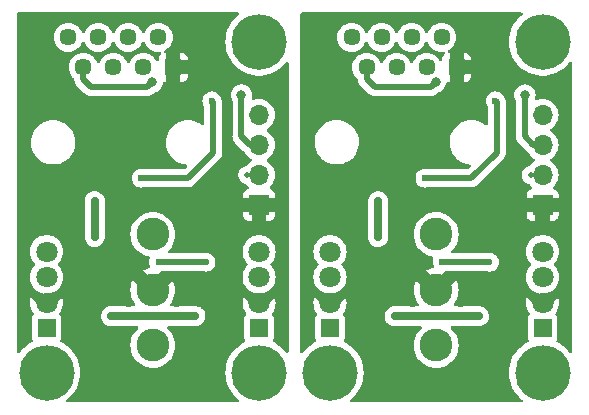
<source format=gbr>
%TF.GenerationSoftware,KiCad,Pcbnew,7.0.10*%
%TF.CreationDate,2025-01-30T23:53:47+01:00*%
%TF.ProjectId,DoublePanel_VCut,446f7562-6c65-4506-916e-656c5f564375,rev?*%
%TF.SameCoordinates,Original*%
%TF.FileFunction,Copper,L2,Bot*%
%TF.FilePolarity,Positive*%
%FSLAX46Y46*%
G04 Gerber Fmt 4.6, Leading zero omitted, Abs format (unit mm)*
G04 Created by KiCad (PCBNEW 7.0.10) date 2025-01-30 23:53:47*
%MOMM*%
%LPD*%
G01*
G04 APERTURE LIST*
%TA.AperFunction,ComponentPad*%
%ADD10R,1.500000X1.500000*%
%TD*%
%TA.AperFunction,ComponentPad*%
%ADD11C,1.800000*%
%TD*%
%TA.AperFunction,ComponentPad*%
%ADD12C,2.775000*%
%TD*%
%TA.AperFunction,ComponentPad*%
%ADD13C,4.700000*%
%TD*%
%TA.AperFunction,ComponentPad*%
%ADD14R,1.446000X1.446000*%
%TD*%
%TA.AperFunction,ComponentPad*%
%ADD15C,1.446000*%
%TD*%
%TA.AperFunction,ComponentPad*%
%ADD16R,1.700000X1.700000*%
%TD*%
%TA.AperFunction,ComponentPad*%
%ADD17O,1.700000X1.700000*%
%TD*%
%TA.AperFunction,ViaPad*%
%ADD18C,0.600000*%
%TD*%
%TA.AperFunction,ViaPad*%
%ADD19C,0.800000*%
%TD*%
%TA.AperFunction,Conductor*%
%ADD20C,0.700000*%
%TD*%
%TA.AperFunction,Conductor*%
%ADD21C,0.500000*%
%TD*%
G04 APERTURE END LIST*
D10*
%TO.P,D3,1,DO*%
%TO.N,Board_0-unconnected-(D3-DO-Pad1)*%
X145500000Y-47238500D03*
D11*
%TO.P,D3,2,GND*%
%TO.N,Board_0-GND1*%
X145500000Y-45079500D03*
%TO.P,D3,3,VDD*%
%TO.N,Board_0-+5V*%
X145500000Y-42920500D03*
%TO.P,D3,4,DI*%
%TO.N,Board_0-OUT_1*%
X145500000Y-40761500D03*
%TD*%
D10*
%TO.P,D1,1,DO*%
%TO.N,Board_1-unconnected-(D1-DO-Pad1)*%
X151500000Y-47238500D03*
D11*
%TO.P,D1,2,GND*%
%TO.N,Board_1-GND1*%
X151500000Y-45079500D03*
%TO.P,D1,3,VDD*%
%TO.N,Board_1-+5V*%
X151500000Y-42920500D03*
%TO.P,D1,4,DI*%
%TO.N,Board_1-OUT_1*%
X151500000Y-40761500D03*
%TD*%
D10*
%TO.P,D3,1,DO*%
%TO.N,Board_1-unconnected-(D3-DO-Pad1)*%
X169500000Y-47238500D03*
D11*
%TO.P,D3,2,GND*%
%TO.N,Board_1-GND1*%
X169500000Y-45079500D03*
%TO.P,D3,3,VDD*%
%TO.N,Board_1-+5V*%
X169500000Y-42920500D03*
%TO.P,D3,4,DI*%
%TO.N,Board_1-OUT_1*%
X169500000Y-40761500D03*
%TD*%
D10*
%TO.P,D1,1,DO*%
%TO.N,Board_0-unconnected-(D1-DO-Pad1)*%
X127500000Y-47238500D03*
D11*
%TO.P,D1,2,GND*%
%TO.N,Board_0-GND1*%
X127500000Y-45079500D03*
%TO.P,D1,3,VDD*%
%TO.N,Board_0-+5V*%
X127500000Y-42920500D03*
%TO.P,D1,4,DI*%
%TO.N,Board_0-OUT_1*%
X127500000Y-40761500D03*
%TD*%
D12*
%TO.P,S1,1,NO*%
%TO.N,Board_0-IN1*%
X136500000Y-48700000D03*
%TO.P,S1,2,COM*%
%TO.N,Board_0-GND1*%
X136500000Y-44000000D03*
%TO.P,S1,3,NO*%
%TO.N,Board_0-IN2*%
X136500000Y-39300000D03*
%TD*%
D13*
%TO.P,H2,1*%
%TO.N,N/C*%
X127500000Y-51000000D03*
%TD*%
%TO.P,H3,1*%
%TO.N,N/C*%
X145500000Y-51000000D03*
%TD*%
%TO.P,H1,1*%
%TO.N,N/C*%
X169500000Y-23000000D03*
%TD*%
%TO.P,H2,1*%
%TO.N,N/C*%
X151500000Y-51000000D03*
%TD*%
%TO.P,H3,1*%
%TO.N,N/C*%
X169500000Y-51000000D03*
%TD*%
D12*
%TO.P,S1,1,NO*%
%TO.N,Board_1-IN1*%
X160500000Y-48700000D03*
%TO.P,S1,2,COM*%
%TO.N,Board_1-GND1*%
X160500000Y-44000000D03*
%TO.P,S1,3,NO*%
%TO.N,Board_1-IN2*%
X160500000Y-39300000D03*
%TD*%
D13*
%TO.P,H1,1*%
%TO.N,N/C*%
X145500000Y-23000000D03*
%TD*%
D14*
%TO.P,J1,1*%
%TO.N,Board_1-GND1*%
X162230000Y-25150000D03*
D15*
%TO.P,J1,2*%
%TO.N,Board_1-OUT1*%
X160960000Y-22610000D03*
%TO.P,J1,3*%
%TO.N,Board_1-OUT2*%
X159690000Y-25150000D03*
%TO.P,J1,4*%
%TO.N,Board_1-IN1*%
X158420000Y-22610000D03*
%TO.P,J1,5*%
%TO.N,Board_1-IN2*%
X157150000Y-25150000D03*
%TO.P,J1,6*%
%TO.N,Board_1-IN3*%
X155880000Y-22610000D03*
%TO.P,J1,7*%
%TO.N,Board_1-IN4*%
X154610000Y-25150000D03*
%TO.P,J1,8*%
%TO.N,Board_1-V_IN*%
X153340000Y-22610000D03*
%TD*%
D16*
%TO.P,J2,1,Pin_1*%
%TO.N,Board_1-GND1*%
X169500000Y-36800000D03*
D17*
%TO.P,J2,2,Pin_2*%
%TO.N,Board_1-OUT2*%
X169500000Y-34260000D03*
%TO.P,J2,3,Pin_3*%
%TO.N,Board_1-IN3*%
X169500000Y-31720000D03*
%TO.P,J2,4,Pin_4*%
%TO.N,Board_1-IN4*%
X169500000Y-29180000D03*
%TD*%
D14*
%TO.P,J1,1*%
%TO.N,Board_0-GND1*%
X138230000Y-25150000D03*
D15*
%TO.P,J1,2*%
%TO.N,Board_0-OUT1*%
X136960000Y-22610000D03*
%TO.P,J1,3*%
%TO.N,Board_0-OUT2*%
X135690000Y-25150000D03*
%TO.P,J1,4*%
%TO.N,Board_0-IN1*%
X134420000Y-22610000D03*
%TO.P,J1,5*%
%TO.N,Board_0-IN2*%
X133150000Y-25150000D03*
%TO.P,J1,6*%
%TO.N,Board_0-IN3*%
X131880000Y-22610000D03*
%TO.P,J1,7*%
%TO.N,Board_0-IN4*%
X130610000Y-25150000D03*
%TO.P,J1,8*%
%TO.N,Board_0-V_IN*%
X129340000Y-22610000D03*
%TD*%
D16*
%TO.P,J2,1,Pin_1*%
%TO.N,Board_0-GND1*%
X145500000Y-36800000D03*
D17*
%TO.P,J2,2,Pin_2*%
%TO.N,Board_0-OUT2*%
X145500000Y-34260000D03*
%TO.P,J2,3,Pin_3*%
%TO.N,Board_0-IN3*%
X145500000Y-31720000D03*
%TO.P,J2,4,Pin_4*%
%TO.N,Board_0-IN4*%
X145500000Y-29180000D03*
%TD*%
D18*
%TO.N,Board_0-+5V*%
X140100000Y-46218000D03*
X132988000Y-46218000D03*
X131585600Y-36500000D03*
X131585600Y-39500000D03*
%TO.N,Board_0-GND1*%
X125500000Y-39000000D03*
X147500000Y-47000000D03*
X134500000Y-30500000D03*
X142500000Y-50000000D03*
X133500000Y-50000000D03*
X125500000Y-41000000D03*
X139800000Y-25135000D03*
X125500000Y-44000000D03*
X142500000Y-26500000D03*
X142500000Y-47000000D03*
X138576000Y-45202000D03*
X138750000Y-36000000D03*
X142500000Y-35500000D03*
X134500000Y-34500000D03*
X147500000Y-30000000D03*
X135500000Y-33500000D03*
X128035000Y-25898000D03*
X138200000Y-26800000D03*
X143500000Y-36750000D03*
X147500000Y-36750000D03*
X134512000Y-42662000D03*
X130500000Y-50000000D03*
X134500000Y-33500000D03*
X128924000Y-26787000D03*
X147500000Y-44000000D03*
X139800000Y-26800000D03*
X142500000Y-21000000D03*
X139500000Y-50000000D03*
X127750000Y-21000000D03*
X147500000Y-26000000D03*
X134512000Y-45202000D03*
X147500000Y-41000000D03*
X133500000Y-30500000D03*
X137750000Y-36000000D03*
X138576000Y-42662000D03*
X125500000Y-33750000D03*
X125500000Y-30000000D03*
X125500000Y-37500000D03*
X133500000Y-33500000D03*
X125500000Y-47000000D03*
X147500000Y-33500000D03*
X133500000Y-29500000D03*
D19*
%TO.N,Board_0-IN3*%
X144000000Y-27500000D03*
%TO.N,Board_0-IN4*%
X136450000Y-26398959D03*
D18*
%TO.N,Board_0-OUT1*%
X135528000Y-34534000D03*
X141500000Y-28000000D03*
%TO.N,Board_0-OUT_1*%
X141000000Y-41646000D03*
X137000000Y-41646000D03*
%TO.N,Board_1-+5V*%
X164100000Y-46218000D03*
X155585600Y-36500000D03*
X156988000Y-46218000D03*
X155585600Y-39500000D03*
%TO.N,Board_1-GND1*%
X162200000Y-26800000D03*
X163800000Y-26800000D03*
X171500000Y-26000000D03*
X166500000Y-50000000D03*
X171500000Y-44000000D03*
X159500000Y-33500000D03*
X149500000Y-33750000D03*
X171500000Y-33500000D03*
X166500000Y-26500000D03*
X157500000Y-33500000D03*
X166500000Y-47000000D03*
X171500000Y-36750000D03*
X149500000Y-47000000D03*
X171500000Y-30000000D03*
X163800000Y-25135000D03*
X149500000Y-39000000D03*
X157500000Y-29500000D03*
X166500000Y-35500000D03*
X157500000Y-50000000D03*
X152924000Y-26787000D03*
X171500000Y-47000000D03*
X167500000Y-36750000D03*
X166500000Y-21000000D03*
X149500000Y-41000000D03*
X162576000Y-42662000D03*
X149500000Y-30000000D03*
X162750000Y-36000000D03*
X151750000Y-21000000D03*
X157500000Y-30500000D03*
X163500000Y-50000000D03*
X149500000Y-37500000D03*
X158512000Y-45202000D03*
X171500000Y-41000000D03*
X149500000Y-44000000D03*
X152035000Y-25898000D03*
X162576000Y-45202000D03*
X158500000Y-33500000D03*
X154500000Y-50000000D03*
X158512000Y-42662000D03*
X158500000Y-30500000D03*
X158500000Y-34500000D03*
X161750000Y-36000000D03*
D19*
%TO.N,Board_1-IN3*%
X168000000Y-27500000D03*
%TO.N,Board_1-IN4*%
X160450000Y-26398959D03*
D18*
%TO.N,Board_1-OUT1*%
X159528000Y-34534000D03*
X165500000Y-28000000D03*
%TO.N,Board_1-OUT_1*%
X161000000Y-41646000D03*
X165000000Y-41646000D03*
%TD*%
D20*
%TO.N,Board_0-+5V*%
X132988000Y-46218000D02*
X140100000Y-46218000D01*
X131585600Y-39500000D02*
X131585600Y-36500000D01*
D21*
%TO.N,Board_0-IN3*%
X144000000Y-31000000D02*
X144720000Y-31720000D01*
X144000000Y-27500000D02*
X144000000Y-31000000D01*
X144720000Y-31720000D02*
X145500000Y-31720000D01*
%TO.N,Board_0-IN4*%
X130610000Y-26156000D02*
X130610000Y-25150000D01*
X130610000Y-25150000D02*
X130825000Y-25150000D01*
X136450000Y-26398959D02*
X136030959Y-26818000D01*
X136030959Y-26818000D02*
X131272000Y-26818000D01*
X131272000Y-26818000D02*
X130610000Y-26156000D01*
%TO.N,Board_0-OUT1*%
X141500000Y-28000000D02*
X141625000Y-28125000D01*
X141625000Y-28125000D02*
X141625000Y-32380204D01*
X141625000Y-32380204D02*
X139471204Y-34534000D01*
X139471204Y-34534000D02*
X135528000Y-34534000D01*
%TO.N,Board_0-OUT2*%
X144500000Y-34260000D02*
X144480000Y-34280000D01*
%TO.N,Board_0-OUT_1*%
X137000000Y-41646000D02*
X141000000Y-41646000D01*
D20*
%TO.N,Board_1-+5V*%
X155585600Y-39500000D02*
X155585600Y-36500000D01*
X156988000Y-46218000D02*
X164100000Y-46218000D01*
D21*
%TO.N,Board_1-IN3*%
X168000000Y-31000000D02*
X168720000Y-31720000D01*
X168000000Y-27500000D02*
X168000000Y-31000000D01*
X168720000Y-31720000D02*
X169500000Y-31720000D01*
%TO.N,Board_1-IN4*%
X160450000Y-26398959D02*
X160030959Y-26818000D01*
X154610000Y-26156000D02*
X154610000Y-25150000D01*
X154610000Y-25150000D02*
X154825000Y-25150000D01*
X155272000Y-26818000D02*
X154610000Y-26156000D01*
X160030959Y-26818000D02*
X155272000Y-26818000D01*
%TO.N,Board_1-OUT1*%
X165500000Y-28000000D02*
X165625000Y-28125000D01*
X165625000Y-28125000D02*
X165625000Y-32380204D01*
X163471204Y-34534000D02*
X159528000Y-34534000D01*
X165625000Y-32380204D02*
X163471204Y-34534000D01*
%TO.N,Board_1-OUT2*%
X168500000Y-34260000D02*
X168480000Y-34280000D01*
%TO.N,Board_1-OUT_1*%
X161000000Y-41646000D02*
X165000000Y-41646000D01*
%TD*%
%TA.AperFunction,Conductor*%
%TO.N,Board_1-GND1*%
G36*
X167770549Y-20520185D02*
G01*
X167816304Y-20572989D01*
X167826248Y-20642147D01*
X167797223Y-20705703D01*
X167783216Y-20719489D01*
X167633127Y-20845427D01*
X167540553Y-20923107D01*
X167312690Y-21164629D01*
X167312687Y-21164632D01*
X167312685Y-21164635D01*
X167312678Y-21164643D01*
X167114406Y-21430968D01*
X166948385Y-21718525D01*
X166948379Y-21718538D01*
X166816866Y-22023419D01*
X166721634Y-22341518D01*
X166721631Y-22341532D01*
X166663977Y-22668504D01*
X166663976Y-22668515D01*
X166644669Y-22999996D01*
X166644669Y-23000003D01*
X166663976Y-23331484D01*
X166663977Y-23331495D01*
X166721631Y-23658467D01*
X166721634Y-23658481D01*
X166721635Y-23658485D01*
X166731255Y-23690618D01*
X166816866Y-23976580D01*
X166948379Y-24281461D01*
X166948385Y-24281474D01*
X167114406Y-24569031D01*
X167312678Y-24835356D01*
X167312683Y-24835362D01*
X167312690Y-24835371D01*
X167540553Y-25076893D01*
X167667758Y-25183630D01*
X167794912Y-25290325D01*
X167794920Y-25290331D01*
X168072330Y-25472787D01*
X168072334Y-25472789D01*
X168369061Y-25621811D01*
X168681082Y-25735377D01*
X168681088Y-25735378D01*
X168681090Y-25735379D01*
X169004161Y-25811949D01*
X169004168Y-25811950D01*
X169004177Y-25811952D01*
X169333977Y-25850500D01*
X169333984Y-25850500D01*
X169666016Y-25850500D01*
X169666023Y-25850500D01*
X169995823Y-25811952D01*
X169995832Y-25811949D01*
X169995838Y-25811949D01*
X170257219Y-25750000D01*
X170318918Y-25735377D01*
X170630939Y-25621811D01*
X170927666Y-25472789D01*
X171205085Y-25290327D01*
X171459447Y-25076893D01*
X171687310Y-24835371D01*
X171687322Y-24835354D01*
X171687327Y-24835349D01*
X171776037Y-24716191D01*
X171831859Y-24674171D01*
X171901537Y-24669002D01*
X171962949Y-24702325D01*
X171996596Y-24763559D01*
X171999500Y-24790238D01*
X171999500Y-49209761D01*
X171979815Y-49276800D01*
X171927011Y-49322555D01*
X171857853Y-49332499D01*
X171794297Y-49303474D01*
X171776037Y-49283809D01*
X171687321Y-49164643D01*
X171687314Y-49164635D01*
X171687310Y-49164629D01*
X171459447Y-48923107D01*
X171297153Y-48786926D01*
X171205087Y-48709674D01*
X171205079Y-48709668D01*
X170927672Y-48527214D01*
X170728864Y-48427368D01*
X170677790Y-48379690D01*
X170660601Y-48311968D01*
X170682754Y-48245703D01*
X170685252Y-48242244D01*
X170693796Y-48230831D01*
X170744091Y-48095983D01*
X170750500Y-48036373D01*
X170750499Y-46440628D01*
X170744091Y-46381017D01*
X170693796Y-46246169D01*
X170693795Y-46246168D01*
X170693793Y-46246164D01*
X170607548Y-46130957D01*
X170607546Y-46130954D01*
X170607542Y-46130951D01*
X170601807Y-46125215D01*
X170568325Y-46063890D01*
X170573312Y-45994199D01*
X170598269Y-45953547D01*
X170608581Y-45942346D01*
X170608584Y-45942342D01*
X170735482Y-45748111D01*
X170828682Y-45535635D01*
X170885638Y-45310718D01*
X170904798Y-45079505D01*
X170904798Y-45079494D01*
X170885638Y-44848281D01*
X170828682Y-44623364D01*
X170828680Y-44623360D01*
X170821359Y-44606667D01*
X169587680Y-45840346D01*
X169526357Y-45873831D01*
X169456665Y-45868847D01*
X169412318Y-45840346D01*
X168617465Y-45045492D01*
X169046190Y-45045492D01*
X169056327Y-45180765D01*
X169105887Y-45307041D01*
X169190465Y-45413099D01*
X169302547Y-45489516D01*
X169432173Y-45529500D01*
X169533724Y-45529500D01*
X169634138Y-45514365D01*
X169756357Y-45455507D01*
X169855798Y-45363240D01*
X169923625Y-45245760D01*
X169953810Y-45113508D01*
X169943673Y-44978235D01*
X169894113Y-44851959D01*
X169809535Y-44745901D01*
X169697453Y-44669484D01*
X169567827Y-44629500D01*
X169466276Y-44629500D01*
X169365862Y-44644635D01*
X169243643Y-44703493D01*
X169144202Y-44795760D01*
X169076375Y-44913240D01*
X169046190Y-45045492D01*
X168617465Y-45045492D01*
X168178640Y-44606667D01*
X168171318Y-44623361D01*
X168114361Y-44848281D01*
X168095202Y-45079494D01*
X168095202Y-45079505D01*
X168114361Y-45310718D01*
X168171317Y-45535635D01*
X168264516Y-45748109D01*
X168391417Y-45942346D01*
X168401738Y-45953558D01*
X168432659Y-46016213D01*
X168424796Y-46085639D01*
X168398195Y-46125212D01*
X168392452Y-46130955D01*
X168306206Y-46246164D01*
X168306202Y-46246171D01*
X168255908Y-46381017D01*
X168249501Y-46440616D01*
X168249500Y-46440629D01*
X168249500Y-48036370D01*
X168249501Y-48036376D01*
X168255908Y-48095983D01*
X168306202Y-48230828D01*
X168306204Y-48230831D01*
X168314750Y-48242247D01*
X168339168Y-48307711D01*
X168324317Y-48375985D01*
X168274912Y-48425390D01*
X168271135Y-48427369D01*
X168072330Y-48527212D01*
X167794920Y-48709668D01*
X167794912Y-48709674D01*
X167588936Y-48882508D01*
X167540553Y-48923107D01*
X167312690Y-49164629D01*
X167312687Y-49164632D01*
X167312685Y-49164635D01*
X167312678Y-49164643D01*
X167114406Y-49430968D01*
X166948385Y-49718525D01*
X166948379Y-49718538D01*
X166816866Y-50023419D01*
X166721634Y-50341518D01*
X166721631Y-50341532D01*
X166663977Y-50668504D01*
X166663976Y-50668515D01*
X166644669Y-50999996D01*
X166644669Y-51000003D01*
X166663976Y-51331484D01*
X166663977Y-51331495D01*
X166721631Y-51658467D01*
X166721634Y-51658481D01*
X166816866Y-51976580D01*
X166948379Y-52281461D01*
X166948385Y-52281474D01*
X167114406Y-52569031D01*
X167312678Y-52835356D01*
X167312683Y-52835362D01*
X167312690Y-52835371D01*
X167540553Y-53076893D01*
X167710724Y-53219683D01*
X167783216Y-53280511D01*
X167821918Y-53338682D01*
X167823026Y-53408543D01*
X167786189Y-53467913D01*
X167723102Y-53497942D01*
X167703510Y-53499500D01*
X153296490Y-53499500D01*
X153229451Y-53479815D01*
X153183696Y-53427011D01*
X153173752Y-53357853D01*
X153202777Y-53294297D01*
X153216784Y-53280511D01*
X153267341Y-53238087D01*
X153459447Y-53076893D01*
X153687310Y-52835371D01*
X153885594Y-52569030D01*
X154051617Y-52281470D01*
X154183133Y-51976581D01*
X154278365Y-51658485D01*
X154336024Y-51331484D01*
X154355331Y-51000000D01*
X154336024Y-50668516D01*
X154278365Y-50341515D01*
X154183133Y-50023419D01*
X154051617Y-49718530D01*
X153917546Y-49486312D01*
X153885593Y-49430968D01*
X153687321Y-49164643D01*
X153687314Y-49164635D01*
X153687310Y-49164629D01*
X153459447Y-48923107D01*
X153297153Y-48786926D01*
X153205087Y-48709674D01*
X153205079Y-48709668D01*
X152927672Y-48527214D01*
X152728864Y-48427368D01*
X152677790Y-48379690D01*
X152660601Y-48311968D01*
X152682754Y-48245703D01*
X152685252Y-48242244D01*
X152693796Y-48230831D01*
X152744091Y-48095983D01*
X152750500Y-48036373D01*
X152750499Y-46440628D01*
X152744091Y-46381017D01*
X152693796Y-46246169D01*
X152693795Y-46246168D01*
X152693793Y-46246164D01*
X152638037Y-46171685D01*
X156133740Y-46171685D01*
X156143755Y-46356406D01*
X156143755Y-46356411D01*
X156193244Y-46534656D01*
X156193247Y-46534662D01*
X156279898Y-46698102D01*
X156342540Y-46771850D01*
X156399663Y-46839100D01*
X156546936Y-46951054D01*
X156714833Y-47028732D01*
X156714834Y-47028732D01*
X156714836Y-47028733D01*
X156769648Y-47040797D01*
X156895503Y-47068500D01*
X159162102Y-47068500D01*
X159229141Y-47088185D01*
X159274896Y-47140989D01*
X159284840Y-47210147D01*
X159255815Y-47273703D01*
X159249783Y-47280181D01*
X159069509Y-47460454D01*
X159069493Y-47460472D01*
X158907657Y-47676660D01*
X158907652Y-47676668D01*
X158778230Y-47913687D01*
X158778228Y-47913691D01*
X158683848Y-48166736D01*
X158626443Y-48430617D01*
X158607177Y-48699998D01*
X158607177Y-48700001D01*
X158626443Y-48969382D01*
X158683848Y-49233263D01*
X158683850Y-49233270D01*
X158720300Y-49330996D01*
X158778228Y-49486308D01*
X158778230Y-49486312D01*
X158907652Y-49723331D01*
X158907657Y-49723339D01*
X159069493Y-49939527D01*
X159069509Y-49939545D01*
X159260454Y-50130490D01*
X159260472Y-50130506D01*
X159476660Y-50292342D01*
X159476668Y-50292347D01*
X159713687Y-50421769D01*
X159713691Y-50421771D01*
X159713693Y-50421772D01*
X159966730Y-50516150D01*
X160098676Y-50544853D01*
X160230617Y-50573556D01*
X160230619Y-50573556D01*
X160230623Y-50573557D01*
X160470007Y-50590677D01*
X160499999Y-50592823D01*
X160500000Y-50592823D01*
X160500001Y-50592823D01*
X160526987Y-50590892D01*
X160769377Y-50573557D01*
X161033270Y-50516150D01*
X161286307Y-50421772D01*
X161523337Y-50292344D01*
X161739535Y-50130500D01*
X161930500Y-49939535D01*
X162092344Y-49723337D01*
X162221772Y-49486307D01*
X162316150Y-49233270D01*
X162373557Y-48969377D01*
X162392823Y-48700000D01*
X162373557Y-48430623D01*
X162316150Y-48166730D01*
X162221772Y-47913693D01*
X162092344Y-47676663D01*
X162092342Y-47676660D01*
X161930506Y-47460472D01*
X161930490Y-47460454D01*
X161750217Y-47280181D01*
X161716732Y-47218858D01*
X161721716Y-47149166D01*
X161763588Y-47093233D01*
X161829052Y-47068816D01*
X161837898Y-47068500D01*
X164146107Y-47068500D01*
X164146113Y-47068500D01*
X164283910Y-47053514D01*
X164459221Y-46994444D01*
X164617736Y-46899070D01*
X164752041Y-46771849D01*
X164855858Y-46618730D01*
X164924331Y-46446875D01*
X164954260Y-46264317D01*
X164944245Y-46079593D01*
X164944244Y-46079588D01*
X164894755Y-45901343D01*
X164894752Y-45901337D01*
X164808101Y-45737897D01*
X164688337Y-45596900D01*
X164609449Y-45536931D01*
X164541064Y-45484946D01*
X164373167Y-45407268D01*
X164373163Y-45407266D01*
X164192497Y-45367500D01*
X162081802Y-45367500D01*
X162014763Y-45347815D01*
X161969008Y-45295011D01*
X161959064Y-45225853D01*
X161982535Y-45169189D01*
X162091924Y-45023061D01*
X162091925Y-45023060D01*
X162221313Y-44786104D01*
X162221315Y-44786100D01*
X162315670Y-44533123D01*
X162373059Y-44269310D01*
X162392321Y-44000001D01*
X162392321Y-43999998D01*
X162373059Y-43730689D01*
X162315670Y-43466876D01*
X162221317Y-43213905D01*
X162221315Y-43213900D01*
X162190698Y-43157828D01*
X161425000Y-43923526D01*
X161425000Y-43902779D01*
X161384573Y-43712585D01*
X161305486Y-43534953D01*
X161191195Y-43377645D01*
X161046696Y-43247537D01*
X160878304Y-43150316D01*
X160693378Y-43090230D01*
X160573809Y-43077662D01*
X160730965Y-42920506D01*
X168094700Y-42920506D01*
X168113864Y-43151797D01*
X168113866Y-43151808D01*
X168170842Y-43376800D01*
X168264075Y-43589348D01*
X168391016Y-43783647D01*
X168391019Y-43783651D01*
X168391021Y-43783653D01*
X168548216Y-43954413D01*
X168548219Y-43954415D01*
X168548222Y-43954418D01*
X168731365Y-44096964D01*
X168731371Y-44096968D01*
X168731374Y-44096970D01*
X168935497Y-44207436D01*
X169049487Y-44246568D01*
X169155015Y-44282797D01*
X169155017Y-44282797D01*
X169155019Y-44282798D01*
X169383951Y-44321000D01*
X169383952Y-44321000D01*
X169616048Y-44321000D01*
X169616049Y-44321000D01*
X169844981Y-44282798D01*
X170064503Y-44207436D01*
X170268626Y-44096970D01*
X170451784Y-43954413D01*
X170608979Y-43783653D01*
X170735924Y-43589349D01*
X170829157Y-43376800D01*
X170886134Y-43151805D01*
X170886162Y-43151472D01*
X170905300Y-42920506D01*
X170905300Y-42920493D01*
X170886135Y-42689202D01*
X170886133Y-42689191D01*
X170829157Y-42464199D01*
X170735924Y-42251651D01*
X170608983Y-42057352D01*
X170608980Y-42057349D01*
X170608979Y-42057347D01*
X170487128Y-41924980D01*
X170456207Y-41862328D01*
X170464067Y-41792902D01*
X170487127Y-41757020D01*
X170608979Y-41624653D01*
X170735924Y-41430349D01*
X170829157Y-41217800D01*
X170886134Y-40992805D01*
X170886135Y-40992797D01*
X170905300Y-40761506D01*
X170905300Y-40761493D01*
X170886135Y-40530202D01*
X170886133Y-40530191D01*
X170829157Y-40305199D01*
X170735924Y-40092651D01*
X170608983Y-39898352D01*
X170608980Y-39898349D01*
X170608979Y-39898347D01*
X170451784Y-39727587D01*
X170451779Y-39727583D01*
X170451777Y-39727581D01*
X170268634Y-39585035D01*
X170268628Y-39585031D01*
X170064504Y-39474564D01*
X170064495Y-39474561D01*
X169844984Y-39399202D01*
X169673282Y-39370550D01*
X169616049Y-39361000D01*
X169383951Y-39361000D01*
X169338164Y-39368640D01*
X169155015Y-39399202D01*
X168935504Y-39474561D01*
X168935495Y-39474564D01*
X168731371Y-39585031D01*
X168731365Y-39585035D01*
X168548222Y-39727581D01*
X168548219Y-39727584D01*
X168391016Y-39898352D01*
X168264075Y-40092651D01*
X168170842Y-40305199D01*
X168113866Y-40530191D01*
X168113864Y-40530202D01*
X168094700Y-40761493D01*
X168094700Y-40761506D01*
X168113864Y-40992797D01*
X168113866Y-40992808D01*
X168170842Y-41217800D01*
X168264075Y-41430348D01*
X168287858Y-41466750D01*
X168391021Y-41624653D01*
X168410675Y-41646003D01*
X168512870Y-41757018D01*
X168543792Y-41819673D01*
X168535931Y-41889099D01*
X168512870Y-41924982D01*
X168391019Y-42057349D01*
X168264075Y-42251651D01*
X168170842Y-42464199D01*
X168113866Y-42689191D01*
X168113864Y-42689202D01*
X168094700Y-42920493D01*
X168094700Y-42920506D01*
X160730965Y-42920506D01*
X161218652Y-42432819D01*
X161279975Y-42399334D01*
X161306333Y-42396500D01*
X164700028Y-42396500D01*
X164740983Y-42403458D01*
X164820745Y-42431368D01*
X164820750Y-42431369D01*
X164999996Y-42451565D01*
X165000000Y-42451565D01*
X165000004Y-42451565D01*
X165179249Y-42431369D01*
X165179252Y-42431368D01*
X165179255Y-42431368D01*
X165349522Y-42371789D01*
X165502262Y-42275816D01*
X165629816Y-42148262D01*
X165725789Y-41995522D01*
X165785368Y-41825255D01*
X165785997Y-41819673D01*
X165805565Y-41646003D01*
X165805565Y-41645996D01*
X165785369Y-41466750D01*
X165785368Y-41466745D01*
X165725788Y-41296476D01*
X165653748Y-41181826D01*
X165629816Y-41143738D01*
X165502262Y-41016184D01*
X165349523Y-40920211D01*
X165179254Y-40860631D01*
X165179249Y-40860630D01*
X165000004Y-40840435D01*
X164999996Y-40840435D01*
X164820750Y-40860630D01*
X164820745Y-40860631D01*
X164740983Y-40888542D01*
X164700028Y-40895500D01*
X161873898Y-40895500D01*
X161806859Y-40875815D01*
X161761104Y-40823011D01*
X161751160Y-40753853D01*
X161780185Y-40690297D01*
X161786217Y-40683819D01*
X161930490Y-40539545D01*
X161930500Y-40539535D01*
X162092344Y-40323337D01*
X162221772Y-40086307D01*
X162316150Y-39833270D01*
X162373557Y-39569377D01*
X162392823Y-39300000D01*
X162373557Y-39030623D01*
X162316150Y-38766730D01*
X162221772Y-38513693D01*
X162092344Y-38276663D01*
X162092342Y-38276660D01*
X161930506Y-38060472D01*
X161930490Y-38060454D01*
X161739545Y-37869509D01*
X161739527Y-37869493D01*
X161523339Y-37707657D01*
X161523331Y-37707652D01*
X161286312Y-37578230D01*
X161286308Y-37578228D01*
X161190377Y-37542448D01*
X161033270Y-37483850D01*
X161033266Y-37483849D01*
X161033263Y-37483848D01*
X160769382Y-37426443D01*
X160500001Y-37407177D01*
X160499999Y-37407177D01*
X160230617Y-37426443D01*
X159966736Y-37483848D01*
X159966731Y-37483849D01*
X159966730Y-37483850D01*
X159905551Y-37506668D01*
X159713691Y-37578228D01*
X159713687Y-37578230D01*
X159476668Y-37707652D01*
X159476660Y-37707657D01*
X159260472Y-37869493D01*
X159260454Y-37869509D01*
X159069509Y-38060454D01*
X159069493Y-38060472D01*
X158907657Y-38276660D01*
X158907652Y-38276668D01*
X158778230Y-38513687D01*
X158778228Y-38513691D01*
X158683848Y-38766736D01*
X158626443Y-39030617D01*
X158607177Y-39299998D01*
X158607177Y-39300001D01*
X158626443Y-39569382D01*
X158670774Y-39773163D01*
X158683850Y-39833270D01*
X158724055Y-39941063D01*
X158778228Y-40086308D01*
X158778230Y-40086312D01*
X158907652Y-40323331D01*
X158907657Y-40323339D01*
X159069493Y-40539527D01*
X159069509Y-40539545D01*
X159260454Y-40730490D01*
X159260472Y-40730506D01*
X159476660Y-40892342D01*
X159476668Y-40892347D01*
X159713687Y-41021769D01*
X159713691Y-41021771D01*
X159713693Y-41021772D01*
X159966730Y-41116150D01*
X160064490Y-41137416D01*
X160174112Y-41161264D01*
X160235435Y-41194749D01*
X160268920Y-41256072D01*
X160264795Y-41323385D01*
X160214633Y-41466737D01*
X160214630Y-41466750D01*
X160194435Y-41645996D01*
X160194435Y-41646003D01*
X160214630Y-41825249D01*
X160214632Y-41825257D01*
X160267563Y-41976526D01*
X160271124Y-42046305D01*
X160236395Y-42106932D01*
X160176879Y-42138646D01*
X159966877Y-42184329D01*
X159713905Y-42278682D01*
X159713900Y-42278684D01*
X159657829Y-42309301D01*
X159657828Y-42309301D01*
X160426190Y-43077662D01*
X160306622Y-43090230D01*
X160121696Y-43150316D01*
X159953304Y-43247537D01*
X159808805Y-43377645D01*
X159694514Y-43534952D01*
X159615427Y-43712585D01*
X159575000Y-43902779D01*
X159575000Y-43923527D01*
X158809301Y-43157828D01*
X158809301Y-43157829D01*
X158778684Y-43213900D01*
X158778682Y-43213905D01*
X158684329Y-43466876D01*
X158626940Y-43730689D01*
X158607679Y-43999998D01*
X158607679Y-44000001D01*
X158626940Y-44269310D01*
X158684329Y-44533123D01*
X158778684Y-44786100D01*
X158778686Y-44786104D01*
X158908074Y-45023060D01*
X158908075Y-45023061D01*
X159017465Y-45169189D01*
X159041882Y-45234654D01*
X159027030Y-45302927D01*
X158977625Y-45352332D01*
X158918198Y-45367500D01*
X156941883Y-45367500D01*
X156804088Y-45382486D01*
X156628776Y-45441557D01*
X156628774Y-45441558D01*
X156470262Y-45536931D01*
X156470261Y-45536932D01*
X156335959Y-45664149D01*
X156232138Y-45817276D01*
X156163669Y-45989122D01*
X156133740Y-46171685D01*
X152638037Y-46171685D01*
X152607548Y-46130957D01*
X152607546Y-46130954D01*
X152607542Y-46130951D01*
X152601807Y-46125215D01*
X152568325Y-46063890D01*
X152573312Y-45994199D01*
X152598269Y-45953547D01*
X152608581Y-45942346D01*
X152608584Y-45942342D01*
X152735482Y-45748111D01*
X152828682Y-45535635D01*
X152885638Y-45310718D01*
X152904798Y-45079505D01*
X152904798Y-45079494D01*
X152885638Y-44848281D01*
X152828682Y-44623364D01*
X152828680Y-44623360D01*
X152821359Y-44606667D01*
X151587680Y-45840346D01*
X151526357Y-45873831D01*
X151456665Y-45868847D01*
X151412318Y-45840346D01*
X150617465Y-45045492D01*
X151046190Y-45045492D01*
X151056327Y-45180765D01*
X151105887Y-45307041D01*
X151190465Y-45413099D01*
X151302547Y-45489516D01*
X151432173Y-45529500D01*
X151533724Y-45529500D01*
X151634138Y-45514365D01*
X151756357Y-45455507D01*
X151855798Y-45363240D01*
X151923625Y-45245760D01*
X151953810Y-45113508D01*
X151943673Y-44978235D01*
X151894113Y-44851959D01*
X151809535Y-44745901D01*
X151697453Y-44669484D01*
X151567827Y-44629500D01*
X151466276Y-44629500D01*
X151365862Y-44644635D01*
X151243643Y-44703493D01*
X151144202Y-44795760D01*
X151076375Y-44913240D01*
X151046190Y-45045492D01*
X150617465Y-45045492D01*
X150178640Y-44606667D01*
X150171318Y-44623361D01*
X150114361Y-44848281D01*
X150095202Y-45079494D01*
X150095202Y-45079505D01*
X150114361Y-45310718D01*
X150171317Y-45535635D01*
X150264516Y-45748109D01*
X150391417Y-45942346D01*
X150401738Y-45953558D01*
X150432659Y-46016213D01*
X150424796Y-46085639D01*
X150398195Y-46125212D01*
X150392452Y-46130955D01*
X150306206Y-46246164D01*
X150306202Y-46246171D01*
X150255908Y-46381017D01*
X150249501Y-46440616D01*
X150249500Y-46440629D01*
X150249500Y-48036370D01*
X150249501Y-48036376D01*
X150255908Y-48095983D01*
X150306202Y-48230828D01*
X150306204Y-48230831D01*
X150314750Y-48242247D01*
X150339168Y-48307711D01*
X150324317Y-48375985D01*
X150274912Y-48425390D01*
X150271135Y-48427369D01*
X150072330Y-48527212D01*
X149794920Y-48709668D01*
X149794912Y-48709674D01*
X149588936Y-48882508D01*
X149540553Y-48923107D01*
X149312690Y-49164629D01*
X149312687Y-49164632D01*
X149312685Y-49164635D01*
X149312678Y-49164643D01*
X149223963Y-49283809D01*
X149168140Y-49325828D01*
X149098462Y-49330996D01*
X149037051Y-49297674D01*
X149003404Y-49236439D01*
X149000500Y-49209761D01*
X149000500Y-42920506D01*
X150094700Y-42920506D01*
X150113864Y-43151797D01*
X150113866Y-43151808D01*
X150170842Y-43376800D01*
X150264075Y-43589348D01*
X150391016Y-43783647D01*
X150391019Y-43783651D01*
X150391021Y-43783653D01*
X150548216Y-43954413D01*
X150548219Y-43954415D01*
X150548222Y-43954418D01*
X150731365Y-44096964D01*
X150731371Y-44096968D01*
X150731374Y-44096970D01*
X150935497Y-44207436D01*
X151049487Y-44246568D01*
X151155015Y-44282797D01*
X151155017Y-44282797D01*
X151155019Y-44282798D01*
X151383951Y-44321000D01*
X151383952Y-44321000D01*
X151616048Y-44321000D01*
X151616049Y-44321000D01*
X151844981Y-44282798D01*
X152064503Y-44207436D01*
X152268626Y-44096970D01*
X152451784Y-43954413D01*
X152608979Y-43783653D01*
X152735924Y-43589349D01*
X152829157Y-43376800D01*
X152886134Y-43151805D01*
X152886162Y-43151472D01*
X152905300Y-42920506D01*
X152905300Y-42920493D01*
X152886135Y-42689202D01*
X152886133Y-42689191D01*
X152829157Y-42464199D01*
X152735924Y-42251651D01*
X152608983Y-42057352D01*
X152608980Y-42057349D01*
X152608979Y-42057347D01*
X152487128Y-41924980D01*
X152456207Y-41862328D01*
X152464067Y-41792902D01*
X152487127Y-41757020D01*
X152608979Y-41624653D01*
X152735924Y-41430349D01*
X152829157Y-41217800D01*
X152886134Y-40992805D01*
X152886135Y-40992797D01*
X152905300Y-40761506D01*
X152905300Y-40761493D01*
X152886135Y-40530202D01*
X152886133Y-40530191D01*
X152829157Y-40305199D01*
X152735924Y-40092651D01*
X152608983Y-39898352D01*
X152608980Y-39898349D01*
X152608979Y-39898347D01*
X152451784Y-39727587D01*
X152451779Y-39727583D01*
X152451777Y-39727581D01*
X152268634Y-39585035D01*
X152268628Y-39585031D01*
X152196720Y-39546116D01*
X154735100Y-39546116D01*
X154750086Y-39683911D01*
X154809157Y-39859223D01*
X154809158Y-39859225D01*
X154904531Y-40017737D01*
X154904532Y-40017738D01*
X155031749Y-40152040D01*
X155070030Y-40177995D01*
X155184870Y-40255858D01*
X155184873Y-40255859D01*
X155184876Y-40255861D01*
X155354215Y-40323331D01*
X155356725Y-40324331D01*
X155539283Y-40354260D01*
X155724007Y-40344245D01*
X155724011Y-40344244D01*
X155902256Y-40294755D01*
X155902256Y-40294754D01*
X155902259Y-40294754D01*
X156065704Y-40208100D01*
X156206700Y-40088337D01*
X156318654Y-39941064D01*
X156396332Y-39773167D01*
X156436100Y-39592497D01*
X156436100Y-37400000D01*
X168150000Y-37400000D01*
X168150000Y-37697844D01*
X168156401Y-37757372D01*
X168156403Y-37757379D01*
X168206645Y-37892086D01*
X168206649Y-37892093D01*
X168292809Y-38007187D01*
X168292812Y-38007190D01*
X168407906Y-38093350D01*
X168407913Y-38093354D01*
X168542620Y-38143596D01*
X168542627Y-38143598D01*
X168602155Y-38149999D01*
X168602172Y-38150000D01*
X168900000Y-38150000D01*
X168900000Y-37400000D01*
X170100000Y-37400000D01*
X170100000Y-38150000D01*
X170397828Y-38150000D01*
X170397844Y-38149999D01*
X170457372Y-38143598D01*
X170457379Y-38143596D01*
X170592086Y-38093354D01*
X170592093Y-38093350D01*
X170707187Y-38007190D01*
X170707190Y-38007187D01*
X170793350Y-37892093D01*
X170793354Y-37892086D01*
X170843596Y-37757379D01*
X170843598Y-37757372D01*
X170849999Y-37697844D01*
X170850000Y-37697827D01*
X170850000Y-37400000D01*
X170100000Y-37400000D01*
X168900000Y-37400000D01*
X168150000Y-37400000D01*
X156436100Y-37400000D01*
X156436100Y-36871889D01*
X169000000Y-36871889D01*
X169040507Y-37009844D01*
X169118239Y-37130798D01*
X169226900Y-37224952D01*
X169357685Y-37284680D01*
X169464237Y-37300000D01*
X169535763Y-37300000D01*
X169642315Y-37284680D01*
X169773100Y-37224952D01*
X169881761Y-37130798D01*
X169959493Y-37009844D01*
X170000000Y-36871889D01*
X170000000Y-36728111D01*
X169959493Y-36590156D01*
X169881761Y-36469202D01*
X169773100Y-36375048D01*
X169642315Y-36315320D01*
X169535763Y-36300000D01*
X169464237Y-36300000D01*
X169357685Y-36315320D01*
X169226900Y-36375048D01*
X169118239Y-36469202D01*
X169040507Y-36590156D01*
X169000000Y-36728111D01*
X169000000Y-36871889D01*
X156436100Y-36871889D01*
X156436100Y-36453887D01*
X156421114Y-36316090D01*
X156362044Y-36140779D01*
X156266670Y-35982264D01*
X156190803Y-35902172D01*
X156139450Y-35847959D01*
X156056765Y-35791898D01*
X155986330Y-35744142D01*
X155986327Y-35744140D01*
X155986323Y-35744138D01*
X155814477Y-35675669D01*
X155741451Y-35663697D01*
X155631917Y-35645740D01*
X155631914Y-35645740D01*
X155447193Y-35655755D01*
X155447188Y-35655755D01*
X155268943Y-35705244D01*
X155268937Y-35705247D01*
X155105497Y-35791898D01*
X154964500Y-35911662D01*
X154852546Y-36058936D01*
X154774868Y-36226832D01*
X154774866Y-36226836D01*
X154735100Y-36407502D01*
X154735100Y-39546116D01*
X152196720Y-39546116D01*
X152064504Y-39474564D01*
X152064495Y-39474561D01*
X151844984Y-39399202D01*
X151673282Y-39370550D01*
X151616049Y-39361000D01*
X151383951Y-39361000D01*
X151338164Y-39368640D01*
X151155015Y-39399202D01*
X150935504Y-39474561D01*
X150935495Y-39474564D01*
X150731371Y-39585031D01*
X150731365Y-39585035D01*
X150548222Y-39727581D01*
X150548219Y-39727584D01*
X150391016Y-39898352D01*
X150264075Y-40092651D01*
X150170842Y-40305199D01*
X150113866Y-40530191D01*
X150113864Y-40530202D01*
X150094700Y-40761493D01*
X150094700Y-40761506D01*
X150113864Y-40992797D01*
X150113866Y-40992808D01*
X150170842Y-41217800D01*
X150264075Y-41430348D01*
X150287858Y-41466750D01*
X150391021Y-41624653D01*
X150410675Y-41646003D01*
X150512870Y-41757018D01*
X150543792Y-41819673D01*
X150535931Y-41889099D01*
X150512870Y-41924982D01*
X150391019Y-42057349D01*
X150264075Y-42251651D01*
X150170842Y-42464199D01*
X150113866Y-42689191D01*
X150113864Y-42689202D01*
X150094700Y-42920493D01*
X150094700Y-42920506D01*
X149000500Y-42920506D01*
X149000500Y-34534003D01*
X158722435Y-34534003D01*
X158742630Y-34713249D01*
X158742631Y-34713254D01*
X158802211Y-34883523D01*
X158840897Y-34945091D01*
X158898184Y-35036262D01*
X159025738Y-35163816D01*
X159098025Y-35209237D01*
X159168809Y-35253714D01*
X159178478Y-35259789D01*
X159336368Y-35315037D01*
X159348745Y-35319368D01*
X159348750Y-35319369D01*
X159527996Y-35339565D01*
X159528000Y-35339565D01*
X159528004Y-35339565D01*
X159707249Y-35319369D01*
X159707252Y-35319368D01*
X159707255Y-35319368D01*
X159787017Y-35291457D01*
X159827972Y-35284500D01*
X163407499Y-35284500D01*
X163425469Y-35285809D01*
X163449227Y-35289289D01*
X163498573Y-35284971D01*
X163509380Y-35284500D01*
X163514908Y-35284500D01*
X163514913Y-35284500D01*
X163545760Y-35280893D01*
X163549234Y-35280539D01*
X163624001Y-35273999D01*
X163624009Y-35273996D01*
X163631070Y-35272539D01*
X163631082Y-35272598D01*
X163638447Y-35270965D01*
X163638433Y-35270906D01*
X163645453Y-35269241D01*
X163645459Y-35269241D01*
X163715983Y-35243572D01*
X163719321Y-35242412D01*
X163790538Y-35218814D01*
X163790546Y-35218808D01*
X163797086Y-35215760D01*
X163797112Y-35215816D01*
X163803894Y-35212532D01*
X163803867Y-35212478D01*
X163810317Y-35209238D01*
X163810321Y-35209237D01*
X163873041Y-35167984D01*
X163875936Y-35166140D01*
X163939860Y-35126712D01*
X163939866Y-35126705D01*
X163945529Y-35122229D01*
X163945566Y-35122277D01*
X163951408Y-35117518D01*
X163951368Y-35117471D01*
X163956890Y-35112835D01*
X163956900Y-35112830D01*
X164008389Y-35058253D01*
X164010836Y-35055734D01*
X166110638Y-32955931D01*
X166124267Y-32944154D01*
X166143530Y-32929814D01*
X166175366Y-32891873D01*
X166182683Y-32883888D01*
X166183992Y-32882577D01*
X166186591Y-32879980D01*
X166205853Y-32855617D01*
X166208076Y-32852890D01*
X166256302Y-32795418D01*
X166256304Y-32795413D01*
X166260274Y-32789379D01*
X166260325Y-32789412D01*
X166264369Y-32783064D01*
X166264317Y-32783032D01*
X166268106Y-32776886D01*
X166268111Y-32776881D01*
X166299832Y-32708851D01*
X166301358Y-32705700D01*
X166335040Y-32638637D01*
X166335041Y-32638632D01*
X166337508Y-32631854D01*
X166337566Y-32631875D01*
X166340043Y-32624748D01*
X166339986Y-32624730D01*
X166342256Y-32617880D01*
X166347723Y-32591401D01*
X166357439Y-32544343D01*
X166358187Y-32540966D01*
X166375500Y-32467925D01*
X166375500Y-32467921D01*
X166375501Y-32467917D01*
X166376339Y-32460752D01*
X166376398Y-32460758D01*
X166377164Y-32453258D01*
X166377105Y-32453253D01*
X166377734Y-32446063D01*
X166376330Y-32397828D01*
X166375552Y-32371073D01*
X166375500Y-32367466D01*
X166375500Y-28188705D01*
X166376809Y-28170735D01*
X166377129Y-28168547D01*
X166380289Y-28146977D01*
X166379810Y-28141506D01*
X166375972Y-28097630D01*
X166375500Y-28086822D01*
X166375500Y-28081296D01*
X166375500Y-28081291D01*
X166371901Y-28050509D01*
X166371536Y-28046929D01*
X166364999Y-27972201D01*
X166363539Y-27965129D01*
X166363597Y-27965116D01*
X166361965Y-27957757D01*
X166361906Y-27957772D01*
X166360241Y-27950751D01*
X166360241Y-27950745D01*
X166334569Y-27880212D01*
X166333421Y-27876909D01*
X166309814Y-27805666D01*
X166309810Y-27805659D01*
X166306760Y-27799118D01*
X166306815Y-27799091D01*
X166303533Y-27792313D01*
X166303480Y-27792340D01*
X166300235Y-27785880D01*
X166259016Y-27723209D01*
X166257076Y-27720164D01*
X166248184Y-27705747D01*
X166236683Y-27681608D01*
X166225790Y-27650480D01*
X166225789Y-27650478D01*
X166131237Y-27500000D01*
X167094540Y-27500000D01*
X167114326Y-27688256D01*
X167114327Y-27688259D01*
X167172818Y-27868277D01*
X167172821Y-27868284D01*
X167232817Y-27972201D01*
X167232887Y-27972321D01*
X167249500Y-28034321D01*
X167249500Y-30936294D01*
X167248191Y-30954263D01*
X167244710Y-30978025D01*
X167249028Y-31027368D01*
X167249500Y-31038176D01*
X167249500Y-31043711D01*
X167253098Y-31074495D01*
X167253464Y-31078083D01*
X167260000Y-31152791D01*
X167261461Y-31159867D01*
X167261403Y-31159878D01*
X167263034Y-31167237D01*
X167263092Y-31167224D01*
X167264757Y-31174249D01*
X167290400Y-31244705D01*
X167291582Y-31248107D01*
X167315182Y-31319326D01*
X167318236Y-31325874D01*
X167318182Y-31325898D01*
X167321470Y-31332688D01*
X167321521Y-31332663D01*
X167324761Y-31339114D01*
X167365979Y-31401784D01*
X167367889Y-31404782D01*
X167384259Y-31431320D01*
X167407289Y-31468658D01*
X167411766Y-31474319D01*
X167411719Y-31474356D01*
X167416482Y-31480202D01*
X167416528Y-31480164D01*
X167421173Y-31485699D01*
X167475707Y-31537149D01*
X167478295Y-31539663D01*
X168144270Y-32205638D01*
X168156051Y-32219270D01*
X168170388Y-32238528D01*
X168208337Y-32270372D01*
X168216310Y-32277679D01*
X168220218Y-32281587D01*
X168220222Y-32281590D01*
X168220223Y-32281591D01*
X168244571Y-32300843D01*
X168247317Y-32303080D01*
X168282876Y-32332917D01*
X168315551Y-32375499D01*
X168325963Y-32397828D01*
X168325965Y-32397831D01*
X168461501Y-32591395D01*
X168461506Y-32591402D01*
X168628597Y-32758493D01*
X168628603Y-32758498D01*
X168814158Y-32888425D01*
X168857783Y-32943002D01*
X168864977Y-33012500D01*
X168833454Y-33074855D01*
X168814158Y-33091575D01*
X168628597Y-33221505D01*
X168461508Y-33388595D01*
X168461503Y-33388601D01*
X168399796Y-33476726D01*
X168345218Y-33520350D01*
X168337225Y-33523307D01*
X168180669Y-33575183D01*
X168031345Y-33667287D01*
X167918410Y-33780221D01*
X167836887Y-33883325D01*
X167762742Y-34042328D01*
X167727266Y-34214141D01*
X167727266Y-34214143D01*
X167727266Y-34214144D01*
X167732369Y-34389512D01*
X167732369Y-34389515D01*
X167732370Y-34389516D01*
X167777776Y-34558975D01*
X167777777Y-34558976D01*
X167861041Y-34713400D01*
X167977674Y-34844459D01*
X168121388Y-34945088D01*
X168121393Y-34945090D01*
X168121395Y-34945091D01*
X168284430Y-35009861D01*
X168284433Y-35009862D01*
X168333990Y-35017121D01*
X168397467Y-35046312D01*
X168417588Y-35068682D01*
X168461505Y-35131401D01*
X168461509Y-35131405D01*
X168583818Y-35253714D01*
X168617303Y-35315037D01*
X168612319Y-35384729D01*
X168570447Y-35440662D01*
X168539471Y-35457577D01*
X168407912Y-35506646D01*
X168407906Y-35506649D01*
X168292812Y-35592809D01*
X168292809Y-35592812D01*
X168206649Y-35707906D01*
X168206645Y-35707913D01*
X168156403Y-35842620D01*
X168156401Y-35842627D01*
X168150000Y-35902155D01*
X168150000Y-36200000D01*
X170850000Y-36200000D01*
X170850000Y-35902172D01*
X170849999Y-35902155D01*
X170843598Y-35842627D01*
X170843596Y-35842620D01*
X170793354Y-35707913D01*
X170793350Y-35707906D01*
X170707190Y-35592812D01*
X170707187Y-35592809D01*
X170592093Y-35506649D01*
X170592088Y-35506646D01*
X170460528Y-35457577D01*
X170404595Y-35415705D01*
X170380178Y-35350241D01*
X170395030Y-35281968D01*
X170416175Y-35253720D01*
X170538495Y-35131401D01*
X170674035Y-34937830D01*
X170773903Y-34723663D01*
X170835063Y-34495408D01*
X170855659Y-34260000D01*
X170835063Y-34024592D01*
X170773903Y-33796337D01*
X170674035Y-33582171D01*
X170632819Y-33523307D01*
X170538494Y-33388597D01*
X170371402Y-33221506D01*
X170371396Y-33221501D01*
X170185842Y-33091575D01*
X170142217Y-33036998D01*
X170135023Y-32967500D01*
X170166546Y-32905145D01*
X170185842Y-32888425D01*
X170304665Y-32805224D01*
X170371401Y-32758495D01*
X170538495Y-32591401D01*
X170674035Y-32397830D01*
X170773903Y-32183663D01*
X170835063Y-31955408D01*
X170855659Y-31720000D01*
X170835063Y-31484592D01*
X170773903Y-31256337D01*
X170674035Y-31042171D01*
X170667449Y-31032764D01*
X170538494Y-30848597D01*
X170371402Y-30681506D01*
X170371396Y-30681501D01*
X170185842Y-30551575D01*
X170142217Y-30496998D01*
X170135023Y-30427500D01*
X170166546Y-30365145D01*
X170185842Y-30348425D01*
X170259170Y-30297080D01*
X170371401Y-30218495D01*
X170538495Y-30051401D01*
X170674035Y-29857830D01*
X170773903Y-29643663D01*
X170835063Y-29415408D01*
X170855659Y-29180000D01*
X170835063Y-28944592D01*
X170773903Y-28716337D01*
X170674035Y-28502171D01*
X170657728Y-28478881D01*
X170538494Y-28308597D01*
X170371402Y-28141506D01*
X170371395Y-28141501D01*
X170177834Y-28005967D01*
X170177830Y-28005965D01*
X170090229Y-27965116D01*
X169963663Y-27906097D01*
X169963659Y-27906096D01*
X169963655Y-27906094D01*
X169735413Y-27844938D01*
X169735403Y-27844936D01*
X169500001Y-27824341D01*
X169499999Y-27824341D01*
X169264596Y-27844936D01*
X169264586Y-27844938D01*
X169036344Y-27906094D01*
X169036323Y-27906102D01*
X169033797Y-27907280D01*
X169032581Y-27907464D01*
X169031256Y-27907947D01*
X169031158Y-27907680D01*
X168964719Y-27917764D01*
X168900938Y-27889237D01*
X168862706Y-27830756D01*
X168862159Y-27760888D01*
X168863465Y-27756604D01*
X168885674Y-27688256D01*
X168905460Y-27500000D01*
X168885674Y-27311744D01*
X168827179Y-27131716D01*
X168732533Y-26967784D01*
X168605871Y-26827112D01*
X168605870Y-26827111D01*
X168452734Y-26715851D01*
X168452729Y-26715848D01*
X168279807Y-26638857D01*
X168279802Y-26638855D01*
X168134001Y-26607865D01*
X168094646Y-26599500D01*
X167905354Y-26599500D01*
X167872897Y-26606398D01*
X167720197Y-26638855D01*
X167720192Y-26638857D01*
X167547270Y-26715848D01*
X167547265Y-26715851D01*
X167394129Y-26827111D01*
X167267466Y-26967785D01*
X167172821Y-27131715D01*
X167172818Y-27131722D01*
X167114885Y-27310024D01*
X167114326Y-27311744D01*
X167094540Y-27500000D01*
X166131237Y-27500000D01*
X166129816Y-27497738D01*
X166002262Y-27370184D01*
X165948702Y-27336530D01*
X165849523Y-27274211D01*
X165679254Y-27214631D01*
X165679249Y-27214630D01*
X165500004Y-27194435D01*
X165499996Y-27194435D01*
X165320750Y-27214630D01*
X165320745Y-27214631D01*
X165150476Y-27274211D01*
X164997737Y-27370184D01*
X164870184Y-27497737D01*
X164774211Y-27650476D01*
X164714631Y-27820745D01*
X164714630Y-27820750D01*
X164694435Y-27999996D01*
X164694435Y-28000003D01*
X164714630Y-28179249D01*
X164714631Y-28179254D01*
X164774211Y-28349524D01*
X164855493Y-28478881D01*
X164874500Y-28544854D01*
X164874500Y-29935737D01*
X164854815Y-30002776D01*
X164802011Y-30048531D01*
X164732853Y-30058475D01*
X164669297Y-30029450D01*
X164667754Y-30028090D01*
X164649327Y-30011580D01*
X164649324Y-30011578D01*
X164649323Y-30011577D01*
X164420359Y-29860096D01*
X164171779Y-29743567D01*
X164024362Y-29699216D01*
X163908879Y-29664472D01*
X163767425Y-29643655D01*
X163637269Y-29624500D01*
X163431453Y-29624500D01*
X163431435Y-29624500D01*
X163226195Y-29639523D01*
X163226185Y-29639524D01*
X162958229Y-29699214D01*
X162958224Y-29699216D01*
X162701799Y-29797290D01*
X162462392Y-29931652D01*
X162462387Y-29931655D01*
X162245097Y-30099441D01*
X162245088Y-30099450D01*
X162054549Y-30297080D01*
X162054547Y-30297082D01*
X161894805Y-30520361D01*
X161894802Y-30520366D01*
X161769275Y-30764515D01*
X161769271Y-30764525D01*
X161680632Y-31024344D01*
X161680629Y-31024358D01*
X161630765Y-31294314D01*
X161630763Y-31294334D01*
X161620737Y-31568678D01*
X161650762Y-31841559D01*
X161650763Y-31841569D01*
X161720202Y-32107178D01*
X161816130Y-32332917D01*
X161827577Y-32359852D01*
X161938046Y-32540862D01*
X161970592Y-32594191D01*
X161970599Y-32594201D01*
X162146199Y-32805207D01*
X162146204Y-32805212D01*
X162146209Y-32805218D01*
X162146216Y-32805224D01*
X162350672Y-32988419D01*
X162350674Y-32988420D01*
X162350677Y-32988423D01*
X162579641Y-33139904D01*
X162828221Y-33256433D01*
X163091119Y-33335527D01*
X163297892Y-33365957D01*
X163361350Y-33395193D01*
X163398929Y-33454096D01*
X163398698Y-33523966D01*
X163367518Y-33576317D01*
X163196655Y-33747181D01*
X163135332Y-33780666D01*
X163108974Y-33783500D01*
X159827972Y-33783500D01*
X159787017Y-33776542D01*
X159707254Y-33748631D01*
X159707249Y-33748630D01*
X159528004Y-33728435D01*
X159527996Y-33728435D01*
X159348750Y-33748630D01*
X159348745Y-33748631D01*
X159178476Y-33808211D01*
X159025737Y-33904184D01*
X158898184Y-34031737D01*
X158802211Y-34184476D01*
X158742631Y-34354745D01*
X158742630Y-34354750D01*
X158722435Y-34533996D01*
X158722435Y-34534003D01*
X149000500Y-34534003D01*
X149000500Y-31568678D01*
X150190737Y-31568678D01*
X150220762Y-31841559D01*
X150220763Y-31841569D01*
X150290202Y-32107178D01*
X150386130Y-32332917D01*
X150397577Y-32359852D01*
X150508046Y-32540862D01*
X150540592Y-32594191D01*
X150540599Y-32594201D01*
X150716199Y-32805207D01*
X150716204Y-32805212D01*
X150716209Y-32805218D01*
X150716216Y-32805224D01*
X150920672Y-32988419D01*
X150920674Y-32988420D01*
X150920677Y-32988423D01*
X151149641Y-33139904D01*
X151398221Y-33256433D01*
X151661119Y-33335527D01*
X151932731Y-33375500D01*
X151932736Y-33375500D01*
X152138545Y-33375500D01*
X152138547Y-33375500D01*
X152138552Y-33375499D01*
X152138564Y-33375499D01*
X152176614Y-33372713D01*
X152343805Y-33360477D01*
X152611775Y-33300784D01*
X152868198Y-33202711D01*
X153107609Y-33068347D01*
X153324904Y-32900557D01*
X153515454Y-32702916D01*
X153675196Y-32479637D01*
X153800727Y-32235479D01*
X153889370Y-31975646D01*
X153939236Y-31705674D01*
X153949262Y-31431320D01*
X153919236Y-31158429D01*
X153849796Y-30892818D01*
X153742423Y-30640148D01*
X153599405Y-30405804D01*
X153565568Y-30365145D01*
X153423800Y-30194792D01*
X153423795Y-30194787D01*
X153423791Y-30194782D01*
X153271664Y-30058475D01*
X153219327Y-30011580D01*
X153219324Y-30011578D01*
X153219323Y-30011577D01*
X152990359Y-29860096D01*
X152741779Y-29743567D01*
X152594362Y-29699216D01*
X152478879Y-29664472D01*
X152337425Y-29643655D01*
X152207269Y-29624500D01*
X152001453Y-29624500D01*
X152001435Y-29624500D01*
X151796195Y-29639523D01*
X151796185Y-29639524D01*
X151528229Y-29699214D01*
X151528224Y-29699216D01*
X151271799Y-29797290D01*
X151032392Y-29931652D01*
X151032387Y-29931655D01*
X150815097Y-30099441D01*
X150815088Y-30099450D01*
X150624549Y-30297080D01*
X150624547Y-30297082D01*
X150464805Y-30520361D01*
X150464802Y-30520366D01*
X150339275Y-30764515D01*
X150339271Y-30764525D01*
X150250632Y-31024344D01*
X150250629Y-31024358D01*
X150200765Y-31294314D01*
X150200763Y-31294334D01*
X150190737Y-31568678D01*
X149000500Y-31568678D01*
X149000500Y-22610000D01*
X152111826Y-22610000D01*
X152130484Y-22823265D01*
X152130486Y-22823275D01*
X152185891Y-23030052D01*
X152185893Y-23030056D01*
X152185894Y-23030060D01*
X152276370Y-23224087D01*
X152276372Y-23224091D01*
X152399160Y-23399450D01*
X152399165Y-23399456D01*
X152550543Y-23550834D01*
X152550549Y-23550839D01*
X152725908Y-23673627D01*
X152725910Y-23673628D01*
X152725913Y-23673630D01*
X152919940Y-23764106D01*
X153126730Y-23819515D01*
X153297346Y-23834442D01*
X153339999Y-23838174D01*
X153340000Y-23838174D01*
X153340001Y-23838174D01*
X153375545Y-23835064D01*
X153553270Y-23819515D01*
X153760060Y-23764106D01*
X153954087Y-23673630D01*
X154129455Y-23550836D01*
X154280836Y-23399455D01*
X154403630Y-23224087D01*
X154494106Y-23030060D01*
X154494106Y-23030059D01*
X154496394Y-23025153D01*
X154497858Y-23025835D01*
X154534904Y-22975521D01*
X154600172Y-22950585D01*
X154668561Y-22964894D01*
X154718357Y-23013906D01*
X154723513Y-23025196D01*
X154723606Y-23025153D01*
X154725893Y-23030059D01*
X154725894Y-23030060D01*
X154816370Y-23224087D01*
X154816372Y-23224091D01*
X154939160Y-23399450D01*
X154939165Y-23399456D01*
X155090543Y-23550834D01*
X155090549Y-23550839D01*
X155265908Y-23673627D01*
X155265910Y-23673628D01*
X155265913Y-23673630D01*
X155459940Y-23764106D01*
X155666730Y-23819515D01*
X155837346Y-23834442D01*
X155879999Y-23838174D01*
X155880000Y-23838174D01*
X155880001Y-23838174D01*
X155915545Y-23835064D01*
X156093270Y-23819515D01*
X156300060Y-23764106D01*
X156494087Y-23673630D01*
X156669455Y-23550836D01*
X156820836Y-23399455D01*
X156943630Y-23224087D01*
X157034106Y-23030060D01*
X157034106Y-23030059D01*
X157036394Y-23025153D01*
X157037858Y-23025835D01*
X157074904Y-22975521D01*
X157140172Y-22950585D01*
X157208561Y-22964894D01*
X157258357Y-23013906D01*
X157263513Y-23025196D01*
X157263606Y-23025153D01*
X157265893Y-23030059D01*
X157265894Y-23030060D01*
X157356370Y-23224087D01*
X157356372Y-23224091D01*
X157479160Y-23399450D01*
X157479165Y-23399456D01*
X157630543Y-23550834D01*
X157630549Y-23550839D01*
X157805908Y-23673627D01*
X157805910Y-23673628D01*
X157805913Y-23673630D01*
X157999940Y-23764106D01*
X158206730Y-23819515D01*
X158377346Y-23834442D01*
X158419999Y-23838174D01*
X158420000Y-23838174D01*
X158420001Y-23838174D01*
X158455545Y-23835064D01*
X158633270Y-23819515D01*
X158840060Y-23764106D01*
X159034087Y-23673630D01*
X159209455Y-23550836D01*
X159360836Y-23399455D01*
X159483630Y-23224087D01*
X159574106Y-23030060D01*
X159574106Y-23030059D01*
X159576394Y-23025153D01*
X159577858Y-23025835D01*
X159614904Y-22975521D01*
X159680172Y-22950585D01*
X159748561Y-22964894D01*
X159798357Y-23013906D01*
X159803513Y-23025196D01*
X159803606Y-23025153D01*
X159805893Y-23030059D01*
X159805894Y-23030060D01*
X159896370Y-23224087D01*
X159896372Y-23224091D01*
X160019160Y-23399450D01*
X160019165Y-23399456D01*
X160170543Y-23550834D01*
X160170549Y-23550839D01*
X160345908Y-23673627D01*
X160345910Y-23673628D01*
X160345913Y-23673630D01*
X160539940Y-23764106D01*
X160746730Y-23819515D01*
X160917346Y-23834442D01*
X160959999Y-23838174D01*
X160960000Y-23838174D01*
X160960001Y-23838174D01*
X161010857Y-23833724D01*
X161091922Y-23826632D01*
X161160422Y-23840398D01*
X161210605Y-23889014D01*
X161226539Y-23957042D01*
X161203164Y-24022886D01*
X161177042Y-24049426D01*
X161149809Y-24069812D01*
X161063649Y-24184906D01*
X161063645Y-24184913D01*
X161013403Y-24319620D01*
X161013401Y-24319627D01*
X161007000Y-24379155D01*
X161007000Y-24519939D01*
X160987315Y-24586978D01*
X160934511Y-24632733D01*
X160865353Y-24642677D01*
X160801797Y-24613652D01*
X160770618Y-24572344D01*
X160769073Y-24569030D01*
X160753630Y-24535913D01*
X160753627Y-24535909D01*
X160753627Y-24535908D01*
X160630839Y-24360549D01*
X160630834Y-24360543D01*
X160479456Y-24209165D01*
X160479450Y-24209160D01*
X160304091Y-24086372D01*
X160304087Y-24086370D01*
X160224860Y-24049426D01*
X160110060Y-23995894D01*
X160110056Y-23995893D01*
X160110052Y-23995891D01*
X159903275Y-23940486D01*
X159903265Y-23940484D01*
X159690001Y-23921826D01*
X159689999Y-23921826D01*
X159476734Y-23940484D01*
X159476724Y-23940486D01*
X159269947Y-23995891D01*
X159269938Y-23995895D01*
X159075912Y-24086370D01*
X159075908Y-24086372D01*
X158900549Y-24209160D01*
X158900543Y-24209165D01*
X158749165Y-24360543D01*
X158749160Y-24360549D01*
X158626372Y-24535908D01*
X158626370Y-24535912D01*
X158626370Y-24535913D01*
X158540545Y-24719967D01*
X158533606Y-24734847D01*
X158532143Y-24734165D01*
X158495087Y-24784485D01*
X158429816Y-24809415D01*
X158361429Y-24795099D01*
X158311637Y-24746083D01*
X158306486Y-24734803D01*
X158306394Y-24734847D01*
X158304105Y-24729938D01*
X158213630Y-24535913D01*
X158213628Y-24535910D01*
X158213627Y-24535908D01*
X158090839Y-24360549D01*
X158090834Y-24360543D01*
X157939456Y-24209165D01*
X157939450Y-24209160D01*
X157764091Y-24086372D01*
X157764087Y-24086370D01*
X157684860Y-24049426D01*
X157570060Y-23995894D01*
X157570056Y-23995893D01*
X157570052Y-23995891D01*
X157363275Y-23940486D01*
X157363265Y-23940484D01*
X157150001Y-23921826D01*
X157149999Y-23921826D01*
X156936734Y-23940484D01*
X156936724Y-23940486D01*
X156729947Y-23995891D01*
X156729938Y-23995895D01*
X156535912Y-24086370D01*
X156535908Y-24086372D01*
X156360549Y-24209160D01*
X156360543Y-24209165D01*
X156209165Y-24360543D01*
X156209160Y-24360549D01*
X156086372Y-24535908D01*
X156086370Y-24535912D01*
X156086370Y-24535913D01*
X156000545Y-24719967D01*
X155993606Y-24734847D01*
X155992143Y-24734165D01*
X155955087Y-24784485D01*
X155889816Y-24809415D01*
X155821429Y-24795099D01*
X155771637Y-24746083D01*
X155766486Y-24734803D01*
X155766394Y-24734847D01*
X155764105Y-24729938D01*
X155673630Y-24535913D01*
X155673628Y-24535910D01*
X155673627Y-24535908D01*
X155550839Y-24360549D01*
X155550834Y-24360543D01*
X155399456Y-24209165D01*
X155399450Y-24209160D01*
X155224091Y-24086372D01*
X155224087Y-24086370D01*
X155144860Y-24049426D01*
X155030060Y-23995894D01*
X155030056Y-23995893D01*
X155030052Y-23995891D01*
X154823275Y-23940486D01*
X154823265Y-23940484D01*
X154610001Y-23921826D01*
X154609999Y-23921826D01*
X154396734Y-23940484D01*
X154396724Y-23940486D01*
X154189947Y-23995891D01*
X154189938Y-23995895D01*
X153995912Y-24086370D01*
X153995908Y-24086372D01*
X153820549Y-24209160D01*
X153820543Y-24209165D01*
X153669165Y-24360543D01*
X153669160Y-24360549D01*
X153546372Y-24535908D01*
X153546370Y-24535912D01*
X153529382Y-24572344D01*
X153460545Y-24719967D01*
X153455895Y-24729938D01*
X153455891Y-24729947D01*
X153400486Y-24936724D01*
X153400484Y-24936734D01*
X153381826Y-25149999D01*
X153381826Y-25150000D01*
X153400484Y-25363265D01*
X153400486Y-25363275D01*
X153455891Y-25570052D01*
X153455893Y-25570056D01*
X153455894Y-25570060D01*
X153480026Y-25621811D01*
X153546370Y-25764087D01*
X153546372Y-25764091D01*
X153668553Y-25938583D01*
X153669164Y-25939455D01*
X153760384Y-26030675D01*
X153821933Y-26092224D01*
X153855417Y-26153547D01*
X153857779Y-26169094D01*
X153859028Y-26183365D01*
X153859500Y-26194176D01*
X153859500Y-26199711D01*
X153863098Y-26230495D01*
X153863464Y-26234083D01*
X153870000Y-26308791D01*
X153871461Y-26315867D01*
X153871403Y-26315878D01*
X153873034Y-26323237D01*
X153873092Y-26323224D01*
X153874757Y-26330249D01*
X153874758Y-26330254D01*
X153874759Y-26330255D01*
X153899764Y-26398959D01*
X153900400Y-26400705D01*
X153901582Y-26404107D01*
X153925182Y-26475326D01*
X153928236Y-26481874D01*
X153928182Y-26481898D01*
X153931470Y-26488688D01*
X153931521Y-26488663D01*
X153934761Y-26495114D01*
X153975979Y-26557784D01*
X153977889Y-26560782D01*
X154008972Y-26611174D01*
X154017289Y-26624658D01*
X154021766Y-26630319D01*
X154021719Y-26630356D01*
X154026482Y-26636202D01*
X154026528Y-26636164D01*
X154031173Y-26641699D01*
X154085709Y-26693151D01*
X154088297Y-26695665D01*
X154696268Y-27303635D01*
X154708049Y-27317267D01*
X154722390Y-27336530D01*
X154760343Y-27368376D01*
X154768319Y-27375686D01*
X154772219Y-27379587D01*
X154796544Y-27398821D01*
X154799340Y-27401099D01*
X154827062Y-27424360D01*
X154856786Y-27449302D01*
X154856794Y-27449306D01*
X154862824Y-27453273D01*
X154862790Y-27453323D01*
X154869137Y-27457366D01*
X154869169Y-27457316D01*
X154875321Y-27461110D01*
X154943294Y-27492806D01*
X154946510Y-27494362D01*
X155013567Y-27528040D01*
X155013576Y-27528042D01*
X155020355Y-27530510D01*
X155020334Y-27530567D01*
X155027451Y-27533040D01*
X155027470Y-27532984D01*
X155034324Y-27535255D01*
X155034325Y-27535255D01*
X155034327Y-27535256D01*
X155107848Y-27550436D01*
X155111209Y-27551181D01*
X155184279Y-27568500D01*
X155184285Y-27568500D01*
X155191452Y-27569338D01*
X155191445Y-27569397D01*
X155198946Y-27570163D01*
X155198952Y-27570104D01*
X155206141Y-27570733D01*
X155206143Y-27570732D01*
X155206144Y-27570733D01*
X155281111Y-27568552D01*
X155284717Y-27568500D01*
X159967254Y-27568500D01*
X159985224Y-27569809D01*
X160008982Y-27573289D01*
X160058328Y-27568971D01*
X160069135Y-27568500D01*
X160074663Y-27568500D01*
X160074668Y-27568500D01*
X160105515Y-27564893D01*
X160108989Y-27564539D01*
X160183756Y-27557999D01*
X160183764Y-27557996D01*
X160190825Y-27556539D01*
X160190837Y-27556598D01*
X160198202Y-27554965D01*
X160198188Y-27554906D01*
X160205208Y-27553241D01*
X160205214Y-27553241D01*
X160275738Y-27527572D01*
X160279076Y-27526412D01*
X160350293Y-27502814D01*
X160350301Y-27502808D01*
X160356841Y-27499760D01*
X160356867Y-27499816D01*
X160363649Y-27496532D01*
X160363622Y-27496478D01*
X160370072Y-27493238D01*
X160370076Y-27493237D01*
X160432796Y-27451984D01*
X160435691Y-27450140D01*
X160499615Y-27410712D01*
X160499621Y-27410705D01*
X160505284Y-27406229D01*
X160505321Y-27406277D01*
X160511163Y-27401518D01*
X160511123Y-27401471D01*
X160516645Y-27396835D01*
X160516655Y-27396830D01*
X160568129Y-27342269D01*
X160570610Y-27339716D01*
X160602770Y-27307556D01*
X160664093Y-27274071D01*
X160664671Y-27273947D01*
X160694101Y-27267691D01*
X160729803Y-27260103D01*
X160729806Y-27260101D01*
X160729808Y-27260101D01*
X160831931Y-27214632D01*
X160902730Y-27183110D01*
X161055871Y-27071847D01*
X161182533Y-26931175D01*
X161277179Y-26767243D01*
X161335674Y-26587215D01*
X161346518Y-26484035D01*
X161373101Y-26419424D01*
X161430398Y-26379439D01*
X161469838Y-26373000D01*
X161630000Y-26373000D01*
X161630000Y-25750000D01*
X162830000Y-25750000D01*
X162830000Y-26373000D01*
X163000828Y-26373000D01*
X163000844Y-26372999D01*
X163060372Y-26366598D01*
X163060379Y-26366596D01*
X163195086Y-26316354D01*
X163195093Y-26316350D01*
X163310187Y-26230190D01*
X163310190Y-26230187D01*
X163396350Y-26115093D01*
X163396354Y-26115086D01*
X163446596Y-25980379D01*
X163446598Y-25980372D01*
X163452999Y-25920844D01*
X163453000Y-25920827D01*
X163453000Y-25750000D01*
X162830000Y-25750000D01*
X161630000Y-25750000D01*
X161630000Y-25116370D01*
X161781232Y-25116370D01*
X161791257Y-25250140D01*
X161840266Y-25375013D01*
X161923905Y-25479892D01*
X162034741Y-25555459D01*
X162162927Y-25595000D01*
X162263346Y-25595000D01*
X162362647Y-25580033D01*
X162483509Y-25521829D01*
X162581844Y-25430587D01*
X162648917Y-25314413D01*
X162678768Y-25183630D01*
X162668743Y-25049860D01*
X162619734Y-24924987D01*
X162536095Y-24820108D01*
X162425259Y-24744541D01*
X162297073Y-24705000D01*
X162196654Y-24705000D01*
X162097353Y-24719967D01*
X161976491Y-24778171D01*
X161878156Y-24869413D01*
X161811083Y-24985587D01*
X161781232Y-25116370D01*
X161630000Y-25116370D01*
X161630000Y-23927000D01*
X162830000Y-23927000D01*
X162830000Y-24550000D01*
X163453000Y-24550000D01*
X163453000Y-24379172D01*
X163452999Y-24379155D01*
X163446598Y-24319627D01*
X163446596Y-24319620D01*
X163396354Y-24184913D01*
X163396350Y-24184906D01*
X163310190Y-24069812D01*
X163310187Y-24069809D01*
X163195093Y-23983649D01*
X163195086Y-23983645D01*
X163060379Y-23933403D01*
X163060372Y-23933401D01*
X163000844Y-23927000D01*
X162830000Y-23927000D01*
X161630000Y-23927000D01*
X161590060Y-23927000D01*
X161523021Y-23907315D01*
X161477266Y-23854511D01*
X161467322Y-23785353D01*
X161496347Y-23721797D01*
X161537656Y-23690618D01*
X161574087Y-23673630D01*
X161749455Y-23550836D01*
X161900836Y-23399455D01*
X162023630Y-23224087D01*
X162114106Y-23030060D01*
X162169515Y-22823270D01*
X162188174Y-22610000D01*
X162169515Y-22396730D01*
X162127443Y-22239718D01*
X162114108Y-22189947D01*
X162114107Y-22189946D01*
X162114106Y-22189940D01*
X162023630Y-21995913D01*
X162023628Y-21995910D01*
X162023627Y-21995908D01*
X161900839Y-21820549D01*
X161900834Y-21820543D01*
X161749456Y-21669165D01*
X161749450Y-21669160D01*
X161574091Y-21546372D01*
X161574087Y-21546370D01*
X161380060Y-21455894D01*
X161380056Y-21455893D01*
X161380052Y-21455891D01*
X161173275Y-21400486D01*
X161173265Y-21400484D01*
X160960001Y-21381826D01*
X160959999Y-21381826D01*
X160746734Y-21400484D01*
X160746724Y-21400486D01*
X160539947Y-21455891D01*
X160539938Y-21455895D01*
X160345912Y-21546370D01*
X160345908Y-21546372D01*
X160170549Y-21669160D01*
X160170543Y-21669165D01*
X160019165Y-21820543D01*
X160019160Y-21820549D01*
X159896372Y-21995908D01*
X159896370Y-21995912D01*
X159803606Y-22194847D01*
X159802143Y-22194165D01*
X159765087Y-22244485D01*
X159699816Y-22269415D01*
X159631429Y-22255099D01*
X159581637Y-22206083D01*
X159576486Y-22194803D01*
X159576394Y-22194847D01*
X159496456Y-22023419D01*
X159483630Y-21995913D01*
X159483628Y-21995910D01*
X159483627Y-21995908D01*
X159360839Y-21820549D01*
X159360834Y-21820543D01*
X159209456Y-21669165D01*
X159209450Y-21669160D01*
X159034091Y-21546372D01*
X159034087Y-21546370D01*
X158840060Y-21455894D01*
X158840056Y-21455893D01*
X158840052Y-21455891D01*
X158633275Y-21400486D01*
X158633265Y-21400484D01*
X158420001Y-21381826D01*
X158419999Y-21381826D01*
X158206734Y-21400484D01*
X158206724Y-21400486D01*
X157999947Y-21455891D01*
X157999938Y-21455895D01*
X157805912Y-21546370D01*
X157805908Y-21546372D01*
X157630549Y-21669160D01*
X157630543Y-21669165D01*
X157479165Y-21820543D01*
X157479160Y-21820549D01*
X157356372Y-21995908D01*
X157356370Y-21995912D01*
X157263606Y-22194847D01*
X157262143Y-22194165D01*
X157225087Y-22244485D01*
X157159816Y-22269415D01*
X157091429Y-22255099D01*
X157041637Y-22206083D01*
X157036486Y-22194803D01*
X157036394Y-22194847D01*
X156956456Y-22023419D01*
X156943630Y-21995913D01*
X156943628Y-21995910D01*
X156943627Y-21995908D01*
X156820839Y-21820549D01*
X156820834Y-21820543D01*
X156669456Y-21669165D01*
X156669450Y-21669160D01*
X156494091Y-21546372D01*
X156494087Y-21546370D01*
X156300060Y-21455894D01*
X156300056Y-21455893D01*
X156300052Y-21455891D01*
X156093275Y-21400486D01*
X156093265Y-21400484D01*
X155880001Y-21381826D01*
X155879999Y-21381826D01*
X155666734Y-21400484D01*
X155666724Y-21400486D01*
X155459947Y-21455891D01*
X155459938Y-21455895D01*
X155265912Y-21546370D01*
X155265908Y-21546372D01*
X155090549Y-21669160D01*
X155090543Y-21669165D01*
X154939165Y-21820543D01*
X154939160Y-21820549D01*
X154816372Y-21995908D01*
X154816370Y-21995912D01*
X154723606Y-22194847D01*
X154722143Y-22194165D01*
X154685087Y-22244485D01*
X154619816Y-22269415D01*
X154551429Y-22255099D01*
X154501637Y-22206083D01*
X154496486Y-22194803D01*
X154496394Y-22194847D01*
X154416456Y-22023419D01*
X154403630Y-21995913D01*
X154403628Y-21995910D01*
X154403627Y-21995908D01*
X154280839Y-21820549D01*
X154280834Y-21820543D01*
X154129456Y-21669165D01*
X154129450Y-21669160D01*
X153954091Y-21546372D01*
X153954087Y-21546370D01*
X153760060Y-21455894D01*
X153760056Y-21455893D01*
X153760052Y-21455891D01*
X153553275Y-21400486D01*
X153553265Y-21400484D01*
X153340001Y-21381826D01*
X153339999Y-21381826D01*
X153126734Y-21400484D01*
X153126724Y-21400486D01*
X152919947Y-21455891D01*
X152919938Y-21455895D01*
X152725912Y-21546370D01*
X152725908Y-21546372D01*
X152550549Y-21669160D01*
X152550543Y-21669165D01*
X152399165Y-21820543D01*
X152399160Y-21820549D01*
X152276372Y-21995908D01*
X152276370Y-21995912D01*
X152185895Y-22189938D01*
X152185891Y-22189947D01*
X152130486Y-22396724D01*
X152130484Y-22396734D01*
X152111826Y-22609999D01*
X152111826Y-22610000D01*
X149000500Y-22610000D01*
X149000500Y-20624500D01*
X149020185Y-20557461D01*
X149072989Y-20511706D01*
X149124500Y-20500500D01*
X167703510Y-20500500D01*
X167770549Y-20520185D01*
G37*
%TD.AperFunction*%
%TD*%
%TA.AperFunction,Conductor*%
%TO.N,Board_0-GND1*%
G36*
X143770549Y-20520185D02*
G01*
X143816304Y-20572989D01*
X143826248Y-20642147D01*
X143797223Y-20705703D01*
X143783216Y-20719489D01*
X143633127Y-20845427D01*
X143540553Y-20923107D01*
X143312690Y-21164629D01*
X143312687Y-21164632D01*
X143312685Y-21164635D01*
X143312678Y-21164643D01*
X143114406Y-21430968D01*
X142948385Y-21718525D01*
X142948379Y-21718538D01*
X142816866Y-22023419D01*
X142721634Y-22341518D01*
X142721631Y-22341532D01*
X142663977Y-22668504D01*
X142663976Y-22668515D01*
X142644669Y-22999996D01*
X142644669Y-23000003D01*
X142663976Y-23331484D01*
X142663977Y-23331495D01*
X142721631Y-23658467D01*
X142721634Y-23658481D01*
X142721635Y-23658485D01*
X142731255Y-23690618D01*
X142816866Y-23976580D01*
X142948379Y-24281461D01*
X142948385Y-24281474D01*
X143114406Y-24569031D01*
X143312678Y-24835356D01*
X143312683Y-24835362D01*
X143312690Y-24835371D01*
X143540553Y-25076893D01*
X143667758Y-25183630D01*
X143794912Y-25290325D01*
X143794920Y-25290331D01*
X144072330Y-25472787D01*
X144072334Y-25472789D01*
X144369061Y-25621811D01*
X144681082Y-25735377D01*
X144681088Y-25735378D01*
X144681090Y-25735379D01*
X145004161Y-25811949D01*
X145004168Y-25811950D01*
X145004177Y-25811952D01*
X145333977Y-25850500D01*
X145333984Y-25850500D01*
X145666016Y-25850500D01*
X145666023Y-25850500D01*
X145995823Y-25811952D01*
X145995832Y-25811949D01*
X145995838Y-25811949D01*
X146257219Y-25750000D01*
X146318918Y-25735377D01*
X146630939Y-25621811D01*
X146927666Y-25472789D01*
X147205085Y-25290327D01*
X147459447Y-25076893D01*
X147687310Y-24835371D01*
X147687322Y-24835354D01*
X147687327Y-24835349D01*
X147776037Y-24716191D01*
X147831859Y-24674171D01*
X147901537Y-24669002D01*
X147962949Y-24702325D01*
X147996596Y-24763559D01*
X147999500Y-24790238D01*
X147999500Y-49209761D01*
X147979815Y-49276800D01*
X147927011Y-49322555D01*
X147857853Y-49332499D01*
X147794297Y-49303474D01*
X147776037Y-49283809D01*
X147687321Y-49164643D01*
X147687314Y-49164635D01*
X147687310Y-49164629D01*
X147459447Y-48923107D01*
X147297153Y-48786926D01*
X147205087Y-48709674D01*
X147205079Y-48709668D01*
X146927672Y-48527214D01*
X146728864Y-48427368D01*
X146677790Y-48379690D01*
X146660601Y-48311968D01*
X146682754Y-48245703D01*
X146685252Y-48242244D01*
X146693796Y-48230831D01*
X146744091Y-48095983D01*
X146750500Y-48036373D01*
X146750499Y-46440628D01*
X146744091Y-46381017D01*
X146693796Y-46246169D01*
X146693795Y-46246168D01*
X146693793Y-46246164D01*
X146607548Y-46130957D01*
X146607546Y-46130954D01*
X146607542Y-46130951D01*
X146601807Y-46125215D01*
X146568325Y-46063890D01*
X146573312Y-45994199D01*
X146598269Y-45953547D01*
X146608581Y-45942346D01*
X146608584Y-45942342D01*
X146735482Y-45748111D01*
X146828682Y-45535635D01*
X146885638Y-45310718D01*
X146904798Y-45079505D01*
X146904798Y-45079494D01*
X146885638Y-44848281D01*
X146828682Y-44623364D01*
X146828680Y-44623360D01*
X146821359Y-44606667D01*
X145587680Y-45840346D01*
X145526357Y-45873831D01*
X145456665Y-45868847D01*
X145412318Y-45840346D01*
X144617465Y-45045492D01*
X145046190Y-45045492D01*
X145056327Y-45180765D01*
X145105887Y-45307041D01*
X145190465Y-45413099D01*
X145302547Y-45489516D01*
X145432173Y-45529500D01*
X145533724Y-45529500D01*
X145634138Y-45514365D01*
X145756357Y-45455507D01*
X145855798Y-45363240D01*
X145923625Y-45245760D01*
X145953810Y-45113508D01*
X145943673Y-44978235D01*
X145894113Y-44851959D01*
X145809535Y-44745901D01*
X145697453Y-44669484D01*
X145567827Y-44629500D01*
X145466276Y-44629500D01*
X145365862Y-44644635D01*
X145243643Y-44703493D01*
X145144202Y-44795760D01*
X145076375Y-44913240D01*
X145046190Y-45045492D01*
X144617465Y-45045492D01*
X144178640Y-44606667D01*
X144171318Y-44623361D01*
X144114361Y-44848281D01*
X144095202Y-45079494D01*
X144095202Y-45079505D01*
X144114361Y-45310718D01*
X144171317Y-45535635D01*
X144264516Y-45748109D01*
X144391417Y-45942346D01*
X144401738Y-45953558D01*
X144432659Y-46016213D01*
X144424796Y-46085639D01*
X144398195Y-46125212D01*
X144392452Y-46130955D01*
X144306206Y-46246164D01*
X144306202Y-46246171D01*
X144255908Y-46381017D01*
X144249501Y-46440616D01*
X144249500Y-46440629D01*
X144249500Y-48036370D01*
X144249501Y-48036376D01*
X144255908Y-48095983D01*
X144306202Y-48230828D01*
X144306204Y-48230831D01*
X144314750Y-48242247D01*
X144339168Y-48307711D01*
X144324317Y-48375985D01*
X144274912Y-48425390D01*
X144271135Y-48427369D01*
X144072330Y-48527212D01*
X143794920Y-48709668D01*
X143794912Y-48709674D01*
X143588936Y-48882508D01*
X143540553Y-48923107D01*
X143312690Y-49164629D01*
X143312687Y-49164632D01*
X143312685Y-49164635D01*
X143312678Y-49164643D01*
X143114406Y-49430968D01*
X142948385Y-49718525D01*
X142948379Y-49718538D01*
X142816866Y-50023419D01*
X142721634Y-50341518D01*
X142721631Y-50341532D01*
X142663977Y-50668504D01*
X142663976Y-50668515D01*
X142644669Y-50999996D01*
X142644669Y-51000003D01*
X142663976Y-51331484D01*
X142663977Y-51331495D01*
X142721631Y-51658467D01*
X142721634Y-51658481D01*
X142816866Y-51976580D01*
X142948379Y-52281461D01*
X142948385Y-52281474D01*
X143114406Y-52569031D01*
X143312678Y-52835356D01*
X143312683Y-52835362D01*
X143312690Y-52835371D01*
X143540553Y-53076893D01*
X143710724Y-53219683D01*
X143783216Y-53280511D01*
X143821918Y-53338682D01*
X143823026Y-53408543D01*
X143786189Y-53467913D01*
X143723102Y-53497942D01*
X143703510Y-53499500D01*
X129296490Y-53499500D01*
X129229451Y-53479815D01*
X129183696Y-53427011D01*
X129173752Y-53357853D01*
X129202777Y-53294297D01*
X129216784Y-53280511D01*
X129267341Y-53238087D01*
X129459447Y-53076893D01*
X129687310Y-52835371D01*
X129885594Y-52569030D01*
X130051617Y-52281470D01*
X130183133Y-51976581D01*
X130278365Y-51658485D01*
X130336024Y-51331484D01*
X130355331Y-51000000D01*
X130336024Y-50668516D01*
X130278365Y-50341515D01*
X130183133Y-50023419D01*
X130051617Y-49718530D01*
X129917546Y-49486312D01*
X129885593Y-49430968D01*
X129687321Y-49164643D01*
X129687314Y-49164635D01*
X129687310Y-49164629D01*
X129459447Y-48923107D01*
X129297153Y-48786926D01*
X129205087Y-48709674D01*
X129205079Y-48709668D01*
X128927672Y-48527214D01*
X128728864Y-48427368D01*
X128677790Y-48379690D01*
X128660601Y-48311968D01*
X128682754Y-48245703D01*
X128685252Y-48242244D01*
X128693796Y-48230831D01*
X128744091Y-48095983D01*
X128750500Y-48036373D01*
X128750499Y-46440628D01*
X128744091Y-46381017D01*
X128693796Y-46246169D01*
X128693795Y-46246168D01*
X128693793Y-46246164D01*
X128638037Y-46171685D01*
X132133740Y-46171685D01*
X132143755Y-46356406D01*
X132143755Y-46356411D01*
X132193244Y-46534656D01*
X132193247Y-46534662D01*
X132279898Y-46698102D01*
X132342540Y-46771850D01*
X132399663Y-46839100D01*
X132546936Y-46951054D01*
X132714833Y-47028732D01*
X132714834Y-47028732D01*
X132714836Y-47028733D01*
X132769648Y-47040797D01*
X132895503Y-47068500D01*
X135162102Y-47068500D01*
X135229141Y-47088185D01*
X135274896Y-47140989D01*
X135284840Y-47210147D01*
X135255815Y-47273703D01*
X135249783Y-47280181D01*
X135069509Y-47460454D01*
X135069493Y-47460472D01*
X134907657Y-47676660D01*
X134907652Y-47676668D01*
X134778230Y-47913687D01*
X134778228Y-47913691D01*
X134683848Y-48166736D01*
X134626443Y-48430617D01*
X134607177Y-48699998D01*
X134607177Y-48700001D01*
X134626443Y-48969382D01*
X134683848Y-49233263D01*
X134683850Y-49233270D01*
X134720300Y-49330996D01*
X134778228Y-49486308D01*
X134778230Y-49486312D01*
X134907652Y-49723331D01*
X134907657Y-49723339D01*
X135069493Y-49939527D01*
X135069509Y-49939545D01*
X135260454Y-50130490D01*
X135260472Y-50130506D01*
X135476660Y-50292342D01*
X135476668Y-50292347D01*
X135713687Y-50421769D01*
X135713691Y-50421771D01*
X135713693Y-50421772D01*
X135966730Y-50516150D01*
X136098676Y-50544853D01*
X136230617Y-50573556D01*
X136230619Y-50573556D01*
X136230623Y-50573557D01*
X136470007Y-50590677D01*
X136499999Y-50592823D01*
X136500000Y-50592823D01*
X136500001Y-50592823D01*
X136526987Y-50590892D01*
X136769377Y-50573557D01*
X137033270Y-50516150D01*
X137286307Y-50421772D01*
X137523337Y-50292344D01*
X137739535Y-50130500D01*
X137930500Y-49939535D01*
X138092344Y-49723337D01*
X138221772Y-49486307D01*
X138316150Y-49233270D01*
X138373557Y-48969377D01*
X138392823Y-48700000D01*
X138373557Y-48430623D01*
X138316150Y-48166730D01*
X138221772Y-47913693D01*
X138092344Y-47676663D01*
X138092342Y-47676660D01*
X137930506Y-47460472D01*
X137930490Y-47460454D01*
X137750217Y-47280181D01*
X137716732Y-47218858D01*
X137721716Y-47149166D01*
X137763588Y-47093233D01*
X137829052Y-47068816D01*
X137837898Y-47068500D01*
X140146107Y-47068500D01*
X140146113Y-47068500D01*
X140283910Y-47053514D01*
X140459221Y-46994444D01*
X140617736Y-46899070D01*
X140752041Y-46771849D01*
X140855858Y-46618730D01*
X140924331Y-46446875D01*
X140954260Y-46264317D01*
X140944245Y-46079593D01*
X140944244Y-46079588D01*
X140894755Y-45901343D01*
X140894752Y-45901337D01*
X140808101Y-45737897D01*
X140688337Y-45596900D01*
X140609449Y-45536931D01*
X140541064Y-45484946D01*
X140373167Y-45407268D01*
X140373163Y-45407266D01*
X140192497Y-45367500D01*
X138081802Y-45367500D01*
X138014763Y-45347815D01*
X137969008Y-45295011D01*
X137959064Y-45225853D01*
X137982535Y-45169189D01*
X138091924Y-45023061D01*
X138091925Y-45023060D01*
X138221313Y-44786104D01*
X138221315Y-44786100D01*
X138315670Y-44533123D01*
X138373059Y-44269310D01*
X138392321Y-44000001D01*
X138392321Y-43999998D01*
X138373059Y-43730689D01*
X138315670Y-43466876D01*
X138221317Y-43213905D01*
X138221315Y-43213900D01*
X138190698Y-43157828D01*
X137425000Y-43923526D01*
X137425000Y-43902779D01*
X137384573Y-43712585D01*
X137305486Y-43534953D01*
X137191195Y-43377645D01*
X137046696Y-43247537D01*
X136878304Y-43150316D01*
X136693378Y-43090230D01*
X136573809Y-43077662D01*
X136730965Y-42920506D01*
X144094700Y-42920506D01*
X144113864Y-43151797D01*
X144113866Y-43151808D01*
X144170842Y-43376800D01*
X144264075Y-43589348D01*
X144391016Y-43783647D01*
X144391019Y-43783651D01*
X144391021Y-43783653D01*
X144548216Y-43954413D01*
X144548219Y-43954415D01*
X144548222Y-43954418D01*
X144731365Y-44096964D01*
X144731371Y-44096968D01*
X144731374Y-44096970D01*
X144935497Y-44207436D01*
X145049487Y-44246568D01*
X145155015Y-44282797D01*
X145155017Y-44282797D01*
X145155019Y-44282798D01*
X145383951Y-44321000D01*
X145383952Y-44321000D01*
X145616048Y-44321000D01*
X145616049Y-44321000D01*
X145844981Y-44282798D01*
X146064503Y-44207436D01*
X146268626Y-44096970D01*
X146451784Y-43954413D01*
X146608979Y-43783653D01*
X146735924Y-43589349D01*
X146829157Y-43376800D01*
X146886134Y-43151805D01*
X146886162Y-43151472D01*
X146905300Y-42920506D01*
X146905300Y-42920493D01*
X146886135Y-42689202D01*
X146886133Y-42689191D01*
X146829157Y-42464199D01*
X146735924Y-42251651D01*
X146608983Y-42057352D01*
X146608980Y-42057349D01*
X146608979Y-42057347D01*
X146487128Y-41924980D01*
X146456207Y-41862328D01*
X146464067Y-41792902D01*
X146487127Y-41757020D01*
X146608979Y-41624653D01*
X146735924Y-41430349D01*
X146829157Y-41217800D01*
X146886134Y-40992805D01*
X146886135Y-40992797D01*
X146905300Y-40761506D01*
X146905300Y-40761493D01*
X146886135Y-40530202D01*
X146886133Y-40530191D01*
X146829157Y-40305199D01*
X146735924Y-40092651D01*
X146608983Y-39898352D01*
X146608980Y-39898349D01*
X146608979Y-39898347D01*
X146451784Y-39727587D01*
X146451779Y-39727583D01*
X146451777Y-39727581D01*
X146268634Y-39585035D01*
X146268628Y-39585031D01*
X146064504Y-39474564D01*
X146064495Y-39474561D01*
X145844984Y-39399202D01*
X145673282Y-39370550D01*
X145616049Y-39361000D01*
X145383951Y-39361000D01*
X145338164Y-39368640D01*
X145155015Y-39399202D01*
X144935504Y-39474561D01*
X144935495Y-39474564D01*
X144731371Y-39585031D01*
X144731365Y-39585035D01*
X144548222Y-39727581D01*
X144548219Y-39727584D01*
X144391016Y-39898352D01*
X144264075Y-40092651D01*
X144170842Y-40305199D01*
X144113866Y-40530191D01*
X144113864Y-40530202D01*
X144094700Y-40761493D01*
X144094700Y-40761506D01*
X144113864Y-40992797D01*
X144113866Y-40992808D01*
X144170842Y-41217800D01*
X144264075Y-41430348D01*
X144287858Y-41466750D01*
X144391021Y-41624653D01*
X144410675Y-41646003D01*
X144512870Y-41757018D01*
X144543792Y-41819673D01*
X144535931Y-41889099D01*
X144512870Y-41924982D01*
X144391019Y-42057349D01*
X144264075Y-42251651D01*
X144170842Y-42464199D01*
X144113866Y-42689191D01*
X144113864Y-42689202D01*
X144094700Y-42920493D01*
X144094700Y-42920506D01*
X136730965Y-42920506D01*
X137218652Y-42432819D01*
X137279975Y-42399334D01*
X137306333Y-42396500D01*
X140700028Y-42396500D01*
X140740983Y-42403458D01*
X140820745Y-42431368D01*
X140820750Y-42431369D01*
X140999996Y-42451565D01*
X141000000Y-42451565D01*
X141000004Y-42451565D01*
X141179249Y-42431369D01*
X141179252Y-42431368D01*
X141179255Y-42431368D01*
X141349522Y-42371789D01*
X141502262Y-42275816D01*
X141629816Y-42148262D01*
X141725789Y-41995522D01*
X141785368Y-41825255D01*
X141785997Y-41819673D01*
X141805565Y-41646003D01*
X141805565Y-41645996D01*
X141785369Y-41466750D01*
X141785368Y-41466745D01*
X141725788Y-41296476D01*
X141653748Y-41181826D01*
X141629816Y-41143738D01*
X141502262Y-41016184D01*
X141349523Y-40920211D01*
X141179254Y-40860631D01*
X141179249Y-40860630D01*
X141000004Y-40840435D01*
X140999996Y-40840435D01*
X140820750Y-40860630D01*
X140820745Y-40860631D01*
X140740983Y-40888542D01*
X140700028Y-40895500D01*
X137873898Y-40895500D01*
X137806859Y-40875815D01*
X137761104Y-40823011D01*
X137751160Y-40753853D01*
X137780185Y-40690297D01*
X137786217Y-40683819D01*
X137930490Y-40539545D01*
X137930500Y-40539535D01*
X138092344Y-40323337D01*
X138221772Y-40086307D01*
X138316150Y-39833270D01*
X138373557Y-39569377D01*
X138392823Y-39300000D01*
X138373557Y-39030623D01*
X138316150Y-38766730D01*
X138221772Y-38513693D01*
X138092344Y-38276663D01*
X138092342Y-38276660D01*
X137930506Y-38060472D01*
X137930490Y-38060454D01*
X137739545Y-37869509D01*
X137739527Y-37869493D01*
X137523339Y-37707657D01*
X137523331Y-37707652D01*
X137286312Y-37578230D01*
X137286308Y-37578228D01*
X137190377Y-37542448D01*
X137033270Y-37483850D01*
X137033266Y-37483849D01*
X137033263Y-37483848D01*
X136769382Y-37426443D01*
X136500001Y-37407177D01*
X136499999Y-37407177D01*
X136230617Y-37426443D01*
X135966736Y-37483848D01*
X135966731Y-37483849D01*
X135966730Y-37483850D01*
X135905551Y-37506668D01*
X135713691Y-37578228D01*
X135713687Y-37578230D01*
X135476668Y-37707652D01*
X135476660Y-37707657D01*
X135260472Y-37869493D01*
X135260454Y-37869509D01*
X135069509Y-38060454D01*
X135069493Y-38060472D01*
X134907657Y-38276660D01*
X134907652Y-38276668D01*
X134778230Y-38513687D01*
X134778228Y-38513691D01*
X134683848Y-38766736D01*
X134626443Y-39030617D01*
X134607177Y-39299998D01*
X134607177Y-39300001D01*
X134626443Y-39569382D01*
X134670774Y-39773163D01*
X134683850Y-39833270D01*
X134724055Y-39941063D01*
X134778228Y-40086308D01*
X134778230Y-40086312D01*
X134907652Y-40323331D01*
X134907657Y-40323339D01*
X135069493Y-40539527D01*
X135069509Y-40539545D01*
X135260454Y-40730490D01*
X135260472Y-40730506D01*
X135476660Y-40892342D01*
X135476668Y-40892347D01*
X135713687Y-41021769D01*
X135713691Y-41021771D01*
X135713693Y-41021772D01*
X135966730Y-41116150D01*
X136064490Y-41137416D01*
X136174112Y-41161264D01*
X136235435Y-41194749D01*
X136268920Y-41256072D01*
X136264795Y-41323385D01*
X136214633Y-41466737D01*
X136214630Y-41466750D01*
X136194435Y-41645996D01*
X136194435Y-41646003D01*
X136214630Y-41825249D01*
X136214632Y-41825257D01*
X136267563Y-41976526D01*
X136271124Y-42046305D01*
X136236395Y-42106932D01*
X136176879Y-42138646D01*
X135966877Y-42184329D01*
X135713905Y-42278682D01*
X135713900Y-42278684D01*
X135657829Y-42309301D01*
X135657828Y-42309301D01*
X136426190Y-43077662D01*
X136306622Y-43090230D01*
X136121696Y-43150316D01*
X135953304Y-43247537D01*
X135808805Y-43377645D01*
X135694514Y-43534952D01*
X135615427Y-43712585D01*
X135575000Y-43902779D01*
X135575000Y-43923527D01*
X134809301Y-43157828D01*
X134809301Y-43157829D01*
X134778684Y-43213900D01*
X134778682Y-43213905D01*
X134684329Y-43466876D01*
X134626940Y-43730689D01*
X134607679Y-43999998D01*
X134607679Y-44000001D01*
X134626940Y-44269310D01*
X134684329Y-44533123D01*
X134778684Y-44786100D01*
X134778686Y-44786104D01*
X134908074Y-45023060D01*
X134908075Y-45023061D01*
X135017465Y-45169189D01*
X135041882Y-45234654D01*
X135027030Y-45302927D01*
X134977625Y-45352332D01*
X134918198Y-45367500D01*
X132941883Y-45367500D01*
X132804088Y-45382486D01*
X132628776Y-45441557D01*
X132628774Y-45441558D01*
X132470262Y-45536931D01*
X132470261Y-45536932D01*
X132335959Y-45664149D01*
X132232138Y-45817276D01*
X132163669Y-45989122D01*
X132133740Y-46171685D01*
X128638037Y-46171685D01*
X128607548Y-46130957D01*
X128607546Y-46130954D01*
X128607542Y-46130951D01*
X128601807Y-46125215D01*
X128568325Y-46063890D01*
X128573312Y-45994199D01*
X128598269Y-45953547D01*
X128608581Y-45942346D01*
X128608584Y-45942342D01*
X128735482Y-45748111D01*
X128828682Y-45535635D01*
X128885638Y-45310718D01*
X128904798Y-45079505D01*
X128904798Y-45079494D01*
X128885638Y-44848281D01*
X128828682Y-44623364D01*
X128828680Y-44623360D01*
X128821359Y-44606667D01*
X127587680Y-45840346D01*
X127526357Y-45873831D01*
X127456665Y-45868847D01*
X127412318Y-45840346D01*
X126617465Y-45045492D01*
X127046190Y-45045492D01*
X127056327Y-45180765D01*
X127105887Y-45307041D01*
X127190465Y-45413099D01*
X127302547Y-45489516D01*
X127432173Y-45529500D01*
X127533724Y-45529500D01*
X127634138Y-45514365D01*
X127756357Y-45455507D01*
X127855798Y-45363240D01*
X127923625Y-45245760D01*
X127953810Y-45113508D01*
X127943673Y-44978235D01*
X127894113Y-44851959D01*
X127809535Y-44745901D01*
X127697453Y-44669484D01*
X127567827Y-44629500D01*
X127466276Y-44629500D01*
X127365862Y-44644635D01*
X127243643Y-44703493D01*
X127144202Y-44795760D01*
X127076375Y-44913240D01*
X127046190Y-45045492D01*
X126617465Y-45045492D01*
X126178640Y-44606667D01*
X126171318Y-44623361D01*
X126114361Y-44848281D01*
X126095202Y-45079494D01*
X126095202Y-45079505D01*
X126114361Y-45310718D01*
X126171317Y-45535635D01*
X126264516Y-45748109D01*
X126391417Y-45942346D01*
X126401738Y-45953558D01*
X126432659Y-46016213D01*
X126424796Y-46085639D01*
X126398195Y-46125212D01*
X126392452Y-46130955D01*
X126306206Y-46246164D01*
X126306202Y-46246171D01*
X126255908Y-46381017D01*
X126249501Y-46440616D01*
X126249500Y-46440629D01*
X126249500Y-48036370D01*
X126249501Y-48036376D01*
X126255908Y-48095983D01*
X126306202Y-48230828D01*
X126306204Y-48230831D01*
X126314750Y-48242247D01*
X126339168Y-48307711D01*
X126324317Y-48375985D01*
X126274912Y-48425390D01*
X126271135Y-48427369D01*
X126072330Y-48527212D01*
X125794920Y-48709668D01*
X125794912Y-48709674D01*
X125588936Y-48882508D01*
X125540553Y-48923107D01*
X125312690Y-49164629D01*
X125312687Y-49164632D01*
X125312685Y-49164635D01*
X125312678Y-49164643D01*
X125223963Y-49283809D01*
X125168140Y-49325828D01*
X125098462Y-49330996D01*
X125037051Y-49297674D01*
X125003404Y-49236439D01*
X125000500Y-49209761D01*
X125000500Y-42920506D01*
X126094700Y-42920506D01*
X126113864Y-43151797D01*
X126113866Y-43151808D01*
X126170842Y-43376800D01*
X126264075Y-43589348D01*
X126391016Y-43783647D01*
X126391019Y-43783651D01*
X126391021Y-43783653D01*
X126548216Y-43954413D01*
X126548219Y-43954415D01*
X126548222Y-43954418D01*
X126731365Y-44096964D01*
X126731371Y-44096968D01*
X126731374Y-44096970D01*
X126935497Y-44207436D01*
X127049487Y-44246568D01*
X127155015Y-44282797D01*
X127155017Y-44282797D01*
X127155019Y-44282798D01*
X127383951Y-44321000D01*
X127383952Y-44321000D01*
X127616048Y-44321000D01*
X127616049Y-44321000D01*
X127844981Y-44282798D01*
X128064503Y-44207436D01*
X128268626Y-44096970D01*
X128451784Y-43954413D01*
X128608979Y-43783653D01*
X128735924Y-43589349D01*
X128829157Y-43376800D01*
X128886134Y-43151805D01*
X128886162Y-43151472D01*
X128905300Y-42920506D01*
X128905300Y-42920493D01*
X128886135Y-42689202D01*
X128886133Y-42689191D01*
X128829157Y-42464199D01*
X128735924Y-42251651D01*
X128608983Y-42057352D01*
X128608980Y-42057349D01*
X128608979Y-42057347D01*
X128487128Y-41924980D01*
X128456207Y-41862328D01*
X128464067Y-41792902D01*
X128487127Y-41757020D01*
X128608979Y-41624653D01*
X128735924Y-41430349D01*
X128829157Y-41217800D01*
X128886134Y-40992805D01*
X128886135Y-40992797D01*
X128905300Y-40761506D01*
X128905300Y-40761493D01*
X128886135Y-40530202D01*
X128886133Y-40530191D01*
X128829157Y-40305199D01*
X128735924Y-40092651D01*
X128608983Y-39898352D01*
X128608980Y-39898349D01*
X128608979Y-39898347D01*
X128451784Y-39727587D01*
X128451779Y-39727583D01*
X128451777Y-39727581D01*
X128268634Y-39585035D01*
X128268628Y-39585031D01*
X128196720Y-39546116D01*
X130735100Y-39546116D01*
X130750086Y-39683911D01*
X130809157Y-39859223D01*
X130809158Y-39859225D01*
X130904531Y-40017737D01*
X130904532Y-40017738D01*
X131031749Y-40152040D01*
X131070030Y-40177995D01*
X131184870Y-40255858D01*
X131184873Y-40255859D01*
X131184876Y-40255861D01*
X131354215Y-40323331D01*
X131356725Y-40324331D01*
X131539283Y-40354260D01*
X131724007Y-40344245D01*
X131724011Y-40344244D01*
X131902256Y-40294755D01*
X131902256Y-40294754D01*
X131902259Y-40294754D01*
X132065704Y-40208100D01*
X132206700Y-40088337D01*
X132318654Y-39941064D01*
X132396332Y-39773167D01*
X132436100Y-39592497D01*
X132436100Y-37400000D01*
X144150000Y-37400000D01*
X144150000Y-37697844D01*
X144156401Y-37757372D01*
X144156403Y-37757379D01*
X144206645Y-37892086D01*
X144206649Y-37892093D01*
X144292809Y-38007187D01*
X144292812Y-38007190D01*
X144407906Y-38093350D01*
X144407913Y-38093354D01*
X144542620Y-38143596D01*
X144542627Y-38143598D01*
X144602155Y-38149999D01*
X144602172Y-38150000D01*
X144900000Y-38150000D01*
X144900000Y-37400000D01*
X146100000Y-37400000D01*
X146100000Y-38150000D01*
X146397828Y-38150000D01*
X146397844Y-38149999D01*
X146457372Y-38143598D01*
X146457379Y-38143596D01*
X146592086Y-38093354D01*
X146592093Y-38093350D01*
X146707187Y-38007190D01*
X146707190Y-38007187D01*
X146793350Y-37892093D01*
X146793354Y-37892086D01*
X146843596Y-37757379D01*
X146843598Y-37757372D01*
X146849999Y-37697844D01*
X146850000Y-37697827D01*
X146850000Y-37400000D01*
X146100000Y-37400000D01*
X144900000Y-37400000D01*
X144150000Y-37400000D01*
X132436100Y-37400000D01*
X132436100Y-36871889D01*
X145000000Y-36871889D01*
X145040507Y-37009844D01*
X145118239Y-37130798D01*
X145226900Y-37224952D01*
X145357685Y-37284680D01*
X145464237Y-37300000D01*
X145535763Y-37300000D01*
X145642315Y-37284680D01*
X145773100Y-37224952D01*
X145881761Y-37130798D01*
X145959493Y-37009844D01*
X146000000Y-36871889D01*
X146000000Y-36728111D01*
X145959493Y-36590156D01*
X145881761Y-36469202D01*
X145773100Y-36375048D01*
X145642315Y-36315320D01*
X145535763Y-36300000D01*
X145464237Y-36300000D01*
X145357685Y-36315320D01*
X145226900Y-36375048D01*
X145118239Y-36469202D01*
X145040507Y-36590156D01*
X145000000Y-36728111D01*
X145000000Y-36871889D01*
X132436100Y-36871889D01*
X132436100Y-36453887D01*
X132421114Y-36316090D01*
X132362044Y-36140779D01*
X132266670Y-35982264D01*
X132190803Y-35902172D01*
X132139450Y-35847959D01*
X132056765Y-35791898D01*
X131986330Y-35744142D01*
X131986327Y-35744140D01*
X131986323Y-35744138D01*
X131814477Y-35675669D01*
X131741451Y-35663697D01*
X131631917Y-35645740D01*
X131631914Y-35645740D01*
X131447193Y-35655755D01*
X131447188Y-35655755D01*
X131268943Y-35705244D01*
X131268937Y-35705247D01*
X131105497Y-35791898D01*
X130964500Y-35911662D01*
X130852546Y-36058936D01*
X130774868Y-36226832D01*
X130774866Y-36226836D01*
X130735100Y-36407502D01*
X130735100Y-39546116D01*
X128196720Y-39546116D01*
X128064504Y-39474564D01*
X128064495Y-39474561D01*
X127844984Y-39399202D01*
X127673282Y-39370550D01*
X127616049Y-39361000D01*
X127383951Y-39361000D01*
X127338164Y-39368640D01*
X127155015Y-39399202D01*
X126935504Y-39474561D01*
X126935495Y-39474564D01*
X126731371Y-39585031D01*
X126731365Y-39585035D01*
X126548222Y-39727581D01*
X126548219Y-39727584D01*
X126391016Y-39898352D01*
X126264075Y-40092651D01*
X126170842Y-40305199D01*
X126113866Y-40530191D01*
X126113864Y-40530202D01*
X126094700Y-40761493D01*
X126094700Y-40761506D01*
X126113864Y-40992797D01*
X126113866Y-40992808D01*
X126170842Y-41217800D01*
X126264075Y-41430348D01*
X126287858Y-41466750D01*
X126391021Y-41624653D01*
X126410675Y-41646003D01*
X126512870Y-41757018D01*
X126543792Y-41819673D01*
X126535931Y-41889099D01*
X126512870Y-41924982D01*
X126391019Y-42057349D01*
X126264075Y-42251651D01*
X126170842Y-42464199D01*
X126113866Y-42689191D01*
X126113864Y-42689202D01*
X126094700Y-42920493D01*
X126094700Y-42920506D01*
X125000500Y-42920506D01*
X125000500Y-34534003D01*
X134722435Y-34534003D01*
X134742630Y-34713249D01*
X134742631Y-34713254D01*
X134802211Y-34883523D01*
X134840897Y-34945091D01*
X134898184Y-35036262D01*
X135025738Y-35163816D01*
X135098025Y-35209237D01*
X135168809Y-35253714D01*
X135178478Y-35259789D01*
X135336368Y-35315037D01*
X135348745Y-35319368D01*
X135348750Y-35319369D01*
X135527996Y-35339565D01*
X135528000Y-35339565D01*
X135528004Y-35339565D01*
X135707249Y-35319369D01*
X135707252Y-35319368D01*
X135707255Y-35319368D01*
X135787017Y-35291457D01*
X135827972Y-35284500D01*
X139407499Y-35284500D01*
X139425469Y-35285809D01*
X139449227Y-35289289D01*
X139498573Y-35284971D01*
X139509380Y-35284500D01*
X139514908Y-35284500D01*
X139514913Y-35284500D01*
X139545760Y-35280893D01*
X139549234Y-35280539D01*
X139624001Y-35273999D01*
X139624009Y-35273996D01*
X139631070Y-35272539D01*
X139631082Y-35272598D01*
X139638447Y-35270965D01*
X139638433Y-35270906D01*
X139645453Y-35269241D01*
X139645459Y-35269241D01*
X139715983Y-35243572D01*
X139719321Y-35242412D01*
X139790538Y-35218814D01*
X139790546Y-35218808D01*
X139797086Y-35215760D01*
X139797112Y-35215816D01*
X139803894Y-35212532D01*
X139803867Y-35212478D01*
X139810317Y-35209238D01*
X139810321Y-35209237D01*
X139873041Y-35167984D01*
X139875936Y-35166140D01*
X139939860Y-35126712D01*
X139939866Y-35126705D01*
X139945529Y-35122229D01*
X139945566Y-35122277D01*
X139951408Y-35117518D01*
X139951368Y-35117471D01*
X139956890Y-35112835D01*
X139956900Y-35112830D01*
X140008389Y-35058253D01*
X140010836Y-35055734D01*
X142110638Y-32955931D01*
X142124267Y-32944154D01*
X142143530Y-32929814D01*
X142175366Y-32891873D01*
X142182683Y-32883888D01*
X142183992Y-32882577D01*
X142186591Y-32879980D01*
X142205853Y-32855617D01*
X142208076Y-32852890D01*
X142256302Y-32795418D01*
X142256304Y-32795413D01*
X142260274Y-32789379D01*
X142260325Y-32789412D01*
X142264369Y-32783064D01*
X142264317Y-32783032D01*
X142268106Y-32776886D01*
X142268111Y-32776881D01*
X142299832Y-32708851D01*
X142301358Y-32705700D01*
X142335040Y-32638637D01*
X142335041Y-32638632D01*
X142337508Y-32631854D01*
X142337566Y-32631875D01*
X142340043Y-32624748D01*
X142339986Y-32624730D01*
X142342256Y-32617880D01*
X142347723Y-32591401D01*
X142357439Y-32544343D01*
X142358187Y-32540966D01*
X142375500Y-32467925D01*
X142375500Y-32467921D01*
X142375501Y-32467917D01*
X142376339Y-32460752D01*
X142376398Y-32460758D01*
X142377164Y-32453258D01*
X142377105Y-32453253D01*
X142377734Y-32446063D01*
X142376330Y-32397828D01*
X142375552Y-32371073D01*
X142375500Y-32367466D01*
X142375500Y-28188705D01*
X142376809Y-28170735D01*
X142377129Y-28168547D01*
X142380289Y-28146977D01*
X142379810Y-28141506D01*
X142375972Y-28097630D01*
X142375500Y-28086822D01*
X142375500Y-28081296D01*
X142375500Y-28081291D01*
X142371901Y-28050509D01*
X142371536Y-28046929D01*
X142364999Y-27972201D01*
X142363539Y-27965129D01*
X142363597Y-27965116D01*
X142361965Y-27957757D01*
X142361906Y-27957772D01*
X142360241Y-27950751D01*
X142360241Y-27950745D01*
X142334569Y-27880212D01*
X142333421Y-27876909D01*
X142309814Y-27805666D01*
X142309810Y-27805659D01*
X142306760Y-27799118D01*
X142306815Y-27799091D01*
X142303533Y-27792313D01*
X142303480Y-27792340D01*
X142300235Y-27785880D01*
X142259016Y-27723209D01*
X142257076Y-27720164D01*
X142248184Y-27705747D01*
X142236683Y-27681608D01*
X142225790Y-27650480D01*
X142225789Y-27650478D01*
X142131237Y-27500000D01*
X143094540Y-27500000D01*
X143114326Y-27688256D01*
X143114327Y-27688259D01*
X143172818Y-27868277D01*
X143172821Y-27868284D01*
X143232817Y-27972201D01*
X143232887Y-27972321D01*
X143249500Y-28034321D01*
X143249500Y-30936294D01*
X143248191Y-30954263D01*
X143244710Y-30978025D01*
X143249028Y-31027368D01*
X143249500Y-31038176D01*
X143249500Y-31043711D01*
X143253098Y-31074495D01*
X143253464Y-31078083D01*
X143260000Y-31152791D01*
X143261461Y-31159867D01*
X143261403Y-31159878D01*
X143263034Y-31167237D01*
X143263092Y-31167224D01*
X143264757Y-31174249D01*
X143290400Y-31244705D01*
X143291582Y-31248107D01*
X143315182Y-31319326D01*
X143318236Y-31325874D01*
X143318182Y-31325898D01*
X143321470Y-31332688D01*
X143321521Y-31332663D01*
X143324761Y-31339114D01*
X143365979Y-31401784D01*
X143367889Y-31404782D01*
X143384259Y-31431320D01*
X143407289Y-31468658D01*
X143411766Y-31474319D01*
X143411719Y-31474356D01*
X143416482Y-31480202D01*
X143416528Y-31480164D01*
X143421173Y-31485699D01*
X143475707Y-31537149D01*
X143478295Y-31539663D01*
X144144270Y-32205638D01*
X144156051Y-32219270D01*
X144170388Y-32238528D01*
X144208337Y-32270372D01*
X144216310Y-32277679D01*
X144220218Y-32281587D01*
X144220222Y-32281590D01*
X144220223Y-32281591D01*
X144244571Y-32300843D01*
X144247317Y-32303080D01*
X144282876Y-32332917D01*
X144315551Y-32375499D01*
X144325963Y-32397828D01*
X144325965Y-32397831D01*
X144461501Y-32591395D01*
X144461506Y-32591402D01*
X144628597Y-32758493D01*
X144628603Y-32758498D01*
X144814158Y-32888425D01*
X144857783Y-32943002D01*
X144864977Y-33012500D01*
X144833454Y-33074855D01*
X144814158Y-33091575D01*
X144628597Y-33221505D01*
X144461508Y-33388595D01*
X144461503Y-33388601D01*
X144399796Y-33476726D01*
X144345218Y-33520350D01*
X144337225Y-33523307D01*
X144180669Y-33575183D01*
X144031345Y-33667287D01*
X143918410Y-33780221D01*
X143836887Y-33883325D01*
X143762742Y-34042328D01*
X143727266Y-34214141D01*
X143727266Y-34214143D01*
X143727266Y-34214144D01*
X143732369Y-34389512D01*
X143732369Y-34389515D01*
X143732370Y-34389516D01*
X143777776Y-34558975D01*
X143777777Y-34558976D01*
X143861041Y-34713400D01*
X143977674Y-34844459D01*
X144121388Y-34945088D01*
X144121393Y-34945090D01*
X144121395Y-34945091D01*
X144284430Y-35009861D01*
X144284433Y-35009862D01*
X144333990Y-35017121D01*
X144397467Y-35046312D01*
X144417588Y-35068682D01*
X144461505Y-35131401D01*
X144461509Y-35131405D01*
X144583818Y-35253714D01*
X144617303Y-35315037D01*
X144612319Y-35384729D01*
X144570447Y-35440662D01*
X144539471Y-35457577D01*
X144407912Y-35506646D01*
X144407906Y-35506649D01*
X144292812Y-35592809D01*
X144292809Y-35592812D01*
X144206649Y-35707906D01*
X144206645Y-35707913D01*
X144156403Y-35842620D01*
X144156401Y-35842627D01*
X144150000Y-35902155D01*
X144150000Y-36200000D01*
X146850000Y-36200000D01*
X146850000Y-35902172D01*
X146849999Y-35902155D01*
X146843598Y-35842627D01*
X146843596Y-35842620D01*
X146793354Y-35707913D01*
X146793350Y-35707906D01*
X146707190Y-35592812D01*
X146707187Y-35592809D01*
X146592093Y-35506649D01*
X146592088Y-35506646D01*
X146460528Y-35457577D01*
X146404595Y-35415705D01*
X146380178Y-35350241D01*
X146395030Y-35281968D01*
X146416175Y-35253720D01*
X146538495Y-35131401D01*
X146674035Y-34937830D01*
X146773903Y-34723663D01*
X146835063Y-34495408D01*
X146855659Y-34260000D01*
X146835063Y-34024592D01*
X146773903Y-33796337D01*
X146674035Y-33582171D01*
X146632819Y-33523307D01*
X146538494Y-33388597D01*
X146371402Y-33221506D01*
X146371396Y-33221501D01*
X146185842Y-33091575D01*
X146142217Y-33036998D01*
X146135023Y-32967500D01*
X146166546Y-32905145D01*
X146185842Y-32888425D01*
X146304665Y-32805224D01*
X146371401Y-32758495D01*
X146538495Y-32591401D01*
X146674035Y-32397830D01*
X146773903Y-32183663D01*
X146835063Y-31955408D01*
X146855659Y-31720000D01*
X146835063Y-31484592D01*
X146773903Y-31256337D01*
X146674035Y-31042171D01*
X146667449Y-31032764D01*
X146538494Y-30848597D01*
X146371402Y-30681506D01*
X146371396Y-30681501D01*
X146185842Y-30551575D01*
X146142217Y-30496998D01*
X146135023Y-30427500D01*
X146166546Y-30365145D01*
X146185842Y-30348425D01*
X146259170Y-30297080D01*
X146371401Y-30218495D01*
X146538495Y-30051401D01*
X146674035Y-29857830D01*
X146773903Y-29643663D01*
X146835063Y-29415408D01*
X146855659Y-29180000D01*
X146835063Y-28944592D01*
X146773903Y-28716337D01*
X146674035Y-28502171D01*
X146657728Y-28478881D01*
X146538494Y-28308597D01*
X146371402Y-28141506D01*
X146371395Y-28141501D01*
X146177834Y-28005967D01*
X146177830Y-28005965D01*
X146090229Y-27965116D01*
X145963663Y-27906097D01*
X145963659Y-27906096D01*
X145963655Y-27906094D01*
X145735413Y-27844938D01*
X145735403Y-27844936D01*
X145500001Y-27824341D01*
X145499999Y-27824341D01*
X145264596Y-27844936D01*
X145264586Y-27844938D01*
X145036344Y-27906094D01*
X145036323Y-27906102D01*
X145033797Y-27907280D01*
X145032581Y-27907464D01*
X145031256Y-27907947D01*
X145031158Y-27907680D01*
X144964719Y-27917764D01*
X144900938Y-27889237D01*
X144862706Y-27830756D01*
X144862159Y-27760888D01*
X144863465Y-27756604D01*
X144885674Y-27688256D01*
X144905460Y-27500000D01*
X144885674Y-27311744D01*
X144827179Y-27131716D01*
X144732533Y-26967784D01*
X144605871Y-26827112D01*
X144605870Y-26827111D01*
X144452734Y-26715851D01*
X144452729Y-26715848D01*
X144279807Y-26638857D01*
X144279802Y-26638855D01*
X144134001Y-26607865D01*
X144094646Y-26599500D01*
X143905354Y-26599500D01*
X143872897Y-26606398D01*
X143720197Y-26638855D01*
X143720192Y-26638857D01*
X143547270Y-26715848D01*
X143547265Y-26715851D01*
X143394129Y-26827111D01*
X143267466Y-26967785D01*
X143172821Y-27131715D01*
X143172818Y-27131722D01*
X143114885Y-27310024D01*
X143114326Y-27311744D01*
X143094540Y-27500000D01*
X142131237Y-27500000D01*
X142129816Y-27497738D01*
X142002262Y-27370184D01*
X141948702Y-27336530D01*
X141849523Y-27274211D01*
X141679254Y-27214631D01*
X141679249Y-27214630D01*
X141500004Y-27194435D01*
X141499996Y-27194435D01*
X141320750Y-27214630D01*
X141320745Y-27214631D01*
X141150476Y-27274211D01*
X140997737Y-27370184D01*
X140870184Y-27497737D01*
X140774211Y-27650476D01*
X140714631Y-27820745D01*
X140714630Y-27820750D01*
X140694435Y-27999996D01*
X140694435Y-28000003D01*
X140714630Y-28179249D01*
X140714631Y-28179254D01*
X140774211Y-28349524D01*
X140855493Y-28478881D01*
X140874500Y-28544854D01*
X140874500Y-29935737D01*
X140854815Y-30002776D01*
X140802011Y-30048531D01*
X140732853Y-30058475D01*
X140669297Y-30029450D01*
X140667754Y-30028090D01*
X140649327Y-30011580D01*
X140649324Y-30011578D01*
X140649323Y-30011577D01*
X140420359Y-29860096D01*
X140171779Y-29743567D01*
X140024362Y-29699216D01*
X139908879Y-29664472D01*
X139767425Y-29643655D01*
X139637269Y-29624500D01*
X139431453Y-29624500D01*
X139431435Y-29624500D01*
X139226195Y-29639523D01*
X139226185Y-29639524D01*
X138958229Y-29699214D01*
X138958224Y-29699216D01*
X138701799Y-29797290D01*
X138462392Y-29931652D01*
X138462387Y-29931655D01*
X138245097Y-30099441D01*
X138245088Y-30099450D01*
X138054549Y-30297080D01*
X138054547Y-30297082D01*
X137894805Y-30520361D01*
X137894802Y-30520366D01*
X137769275Y-30764515D01*
X137769271Y-30764525D01*
X137680632Y-31024344D01*
X137680629Y-31024358D01*
X137630765Y-31294314D01*
X137630763Y-31294334D01*
X137620737Y-31568678D01*
X137650762Y-31841559D01*
X137650763Y-31841569D01*
X137720202Y-32107178D01*
X137816130Y-32332917D01*
X137827577Y-32359852D01*
X137938046Y-32540862D01*
X137970592Y-32594191D01*
X137970599Y-32594201D01*
X138146199Y-32805207D01*
X138146204Y-32805212D01*
X138146209Y-32805218D01*
X138146216Y-32805224D01*
X138350672Y-32988419D01*
X138350674Y-32988420D01*
X138350677Y-32988423D01*
X138579641Y-33139904D01*
X138828221Y-33256433D01*
X139091119Y-33335527D01*
X139297892Y-33365957D01*
X139361350Y-33395193D01*
X139398929Y-33454096D01*
X139398698Y-33523966D01*
X139367518Y-33576317D01*
X139196655Y-33747181D01*
X139135332Y-33780666D01*
X139108974Y-33783500D01*
X135827972Y-33783500D01*
X135787017Y-33776542D01*
X135707254Y-33748631D01*
X135707249Y-33748630D01*
X135528004Y-33728435D01*
X135527996Y-33728435D01*
X135348750Y-33748630D01*
X135348745Y-33748631D01*
X135178476Y-33808211D01*
X135025737Y-33904184D01*
X134898184Y-34031737D01*
X134802211Y-34184476D01*
X134742631Y-34354745D01*
X134742630Y-34354750D01*
X134722435Y-34533996D01*
X134722435Y-34534003D01*
X125000500Y-34534003D01*
X125000500Y-31568678D01*
X126190737Y-31568678D01*
X126220762Y-31841559D01*
X126220763Y-31841569D01*
X126290202Y-32107178D01*
X126386130Y-32332917D01*
X126397577Y-32359852D01*
X126508046Y-32540862D01*
X126540592Y-32594191D01*
X126540599Y-32594201D01*
X126716199Y-32805207D01*
X126716204Y-32805212D01*
X126716209Y-32805218D01*
X126716216Y-32805224D01*
X126920672Y-32988419D01*
X126920674Y-32988420D01*
X126920677Y-32988423D01*
X127149641Y-33139904D01*
X127398221Y-33256433D01*
X127661119Y-33335527D01*
X127932731Y-33375500D01*
X127932736Y-33375500D01*
X128138545Y-33375500D01*
X128138547Y-33375500D01*
X128138552Y-33375499D01*
X128138564Y-33375499D01*
X128176614Y-33372713D01*
X128343805Y-33360477D01*
X128611775Y-33300784D01*
X128868198Y-33202711D01*
X129107609Y-33068347D01*
X129324904Y-32900557D01*
X129515454Y-32702916D01*
X129675196Y-32479637D01*
X129800727Y-32235479D01*
X129889370Y-31975646D01*
X129939236Y-31705674D01*
X129949262Y-31431320D01*
X129919236Y-31158429D01*
X129849796Y-30892818D01*
X129742423Y-30640148D01*
X129599405Y-30405804D01*
X129565568Y-30365145D01*
X129423800Y-30194792D01*
X129423795Y-30194787D01*
X129423791Y-30194782D01*
X129271664Y-30058475D01*
X129219327Y-30011580D01*
X129219324Y-30011578D01*
X129219323Y-30011577D01*
X128990359Y-29860096D01*
X128741779Y-29743567D01*
X128594362Y-29699216D01*
X128478879Y-29664472D01*
X128337425Y-29643655D01*
X128207269Y-29624500D01*
X128001453Y-29624500D01*
X128001435Y-29624500D01*
X127796195Y-29639523D01*
X127796185Y-29639524D01*
X127528229Y-29699214D01*
X127528224Y-29699216D01*
X127271799Y-29797290D01*
X127032392Y-29931652D01*
X127032387Y-29931655D01*
X126815097Y-30099441D01*
X126815088Y-30099450D01*
X126624549Y-30297080D01*
X126624547Y-30297082D01*
X126464805Y-30520361D01*
X126464802Y-30520366D01*
X126339275Y-30764515D01*
X126339271Y-30764525D01*
X126250632Y-31024344D01*
X126250629Y-31024358D01*
X126200765Y-31294314D01*
X126200763Y-31294334D01*
X126190737Y-31568678D01*
X125000500Y-31568678D01*
X125000500Y-22610000D01*
X128111826Y-22610000D01*
X128130484Y-22823265D01*
X128130486Y-22823275D01*
X128185891Y-23030052D01*
X128185893Y-23030056D01*
X128185894Y-23030060D01*
X128276370Y-23224087D01*
X128276372Y-23224091D01*
X128399160Y-23399450D01*
X128399165Y-23399456D01*
X128550543Y-23550834D01*
X128550549Y-23550839D01*
X128725908Y-23673627D01*
X128725910Y-23673628D01*
X128725913Y-23673630D01*
X128919940Y-23764106D01*
X129126730Y-23819515D01*
X129297346Y-23834442D01*
X129339999Y-23838174D01*
X129340000Y-23838174D01*
X129340001Y-23838174D01*
X129375545Y-23835064D01*
X129553270Y-23819515D01*
X129760060Y-23764106D01*
X129954087Y-23673630D01*
X130129455Y-23550836D01*
X130280836Y-23399455D01*
X130403630Y-23224087D01*
X130494106Y-23030060D01*
X130494106Y-23030059D01*
X130496394Y-23025153D01*
X130497858Y-23025835D01*
X130534904Y-22975521D01*
X130600172Y-22950585D01*
X130668561Y-22964894D01*
X130718357Y-23013906D01*
X130723513Y-23025196D01*
X130723606Y-23025153D01*
X130725893Y-23030059D01*
X130725894Y-23030060D01*
X130816370Y-23224087D01*
X130816372Y-23224091D01*
X130939160Y-23399450D01*
X130939165Y-23399456D01*
X131090543Y-23550834D01*
X131090549Y-23550839D01*
X131265908Y-23673627D01*
X131265910Y-23673628D01*
X131265913Y-23673630D01*
X131459940Y-23764106D01*
X131666730Y-23819515D01*
X131837346Y-23834442D01*
X131879999Y-23838174D01*
X131880000Y-23838174D01*
X131880001Y-23838174D01*
X131915545Y-23835064D01*
X132093270Y-23819515D01*
X132300060Y-23764106D01*
X132494087Y-23673630D01*
X132669455Y-23550836D01*
X132820836Y-23399455D01*
X132943630Y-23224087D01*
X133034106Y-23030060D01*
X133034106Y-23030059D01*
X133036394Y-23025153D01*
X133037858Y-23025835D01*
X133074904Y-22975521D01*
X133140172Y-22950585D01*
X133208561Y-22964894D01*
X133258357Y-23013906D01*
X133263513Y-23025196D01*
X133263606Y-23025153D01*
X133265893Y-23030059D01*
X133265894Y-23030060D01*
X133356370Y-23224087D01*
X133356372Y-23224091D01*
X133479160Y-23399450D01*
X133479165Y-23399456D01*
X133630543Y-23550834D01*
X133630549Y-23550839D01*
X133805908Y-23673627D01*
X133805910Y-23673628D01*
X133805913Y-23673630D01*
X133999940Y-23764106D01*
X134206730Y-23819515D01*
X134377346Y-23834442D01*
X134419999Y-23838174D01*
X134420000Y-23838174D01*
X134420001Y-23838174D01*
X134455545Y-23835064D01*
X134633270Y-23819515D01*
X134840060Y-23764106D01*
X135034087Y-23673630D01*
X135209455Y-23550836D01*
X135360836Y-23399455D01*
X135483630Y-23224087D01*
X135574106Y-23030060D01*
X135574106Y-23030059D01*
X135576394Y-23025153D01*
X135577858Y-23025835D01*
X135614904Y-22975521D01*
X135680172Y-22950585D01*
X135748561Y-22964894D01*
X135798357Y-23013906D01*
X135803513Y-23025196D01*
X135803606Y-23025153D01*
X135805893Y-23030059D01*
X135805894Y-23030060D01*
X135896370Y-23224087D01*
X135896372Y-23224091D01*
X136019160Y-23399450D01*
X136019165Y-23399456D01*
X136170543Y-23550834D01*
X136170549Y-23550839D01*
X136345908Y-23673627D01*
X136345910Y-23673628D01*
X136345913Y-23673630D01*
X136539940Y-23764106D01*
X136746730Y-23819515D01*
X136917346Y-23834442D01*
X136959999Y-23838174D01*
X136960000Y-23838174D01*
X136960001Y-23838174D01*
X137010857Y-23833724D01*
X137091922Y-23826632D01*
X137160422Y-23840398D01*
X137210605Y-23889014D01*
X137226539Y-23957042D01*
X137203164Y-24022886D01*
X137177042Y-24049426D01*
X137149809Y-24069812D01*
X137063649Y-24184906D01*
X137063645Y-24184913D01*
X137013403Y-24319620D01*
X137013401Y-24319627D01*
X137007000Y-24379155D01*
X137007000Y-24519939D01*
X136987315Y-24586978D01*
X136934511Y-24632733D01*
X136865353Y-24642677D01*
X136801797Y-24613652D01*
X136770618Y-24572344D01*
X136769073Y-24569030D01*
X136753630Y-24535913D01*
X136753627Y-24535909D01*
X136753627Y-24535908D01*
X136630839Y-24360549D01*
X136630834Y-24360543D01*
X136479456Y-24209165D01*
X136479450Y-24209160D01*
X136304091Y-24086372D01*
X136304087Y-24086370D01*
X136224860Y-24049426D01*
X136110060Y-23995894D01*
X136110056Y-23995893D01*
X136110052Y-23995891D01*
X135903275Y-23940486D01*
X135903265Y-23940484D01*
X135690001Y-23921826D01*
X135689999Y-23921826D01*
X135476734Y-23940484D01*
X135476724Y-23940486D01*
X135269947Y-23995891D01*
X135269938Y-23995895D01*
X135075912Y-24086370D01*
X135075908Y-24086372D01*
X134900549Y-24209160D01*
X134900543Y-24209165D01*
X134749165Y-24360543D01*
X134749160Y-24360549D01*
X134626372Y-24535908D01*
X134626370Y-24535912D01*
X134626370Y-24535913D01*
X134540545Y-24719967D01*
X134533606Y-24734847D01*
X134532143Y-24734165D01*
X134495087Y-24784485D01*
X134429816Y-24809415D01*
X134361429Y-24795099D01*
X134311637Y-24746083D01*
X134306486Y-24734803D01*
X134306394Y-24734847D01*
X134304105Y-24729938D01*
X134213630Y-24535913D01*
X134213628Y-24535910D01*
X134213627Y-24535908D01*
X134090839Y-24360549D01*
X134090834Y-24360543D01*
X133939456Y-24209165D01*
X133939450Y-24209160D01*
X133764091Y-24086372D01*
X133764087Y-24086370D01*
X133684860Y-24049426D01*
X133570060Y-23995894D01*
X133570056Y-23995893D01*
X133570052Y-23995891D01*
X133363275Y-23940486D01*
X133363265Y-23940484D01*
X133150001Y-23921826D01*
X133149999Y-23921826D01*
X132936734Y-23940484D01*
X132936724Y-23940486D01*
X132729947Y-23995891D01*
X132729938Y-23995895D01*
X132535912Y-24086370D01*
X132535908Y-24086372D01*
X132360549Y-24209160D01*
X132360543Y-24209165D01*
X132209165Y-24360543D01*
X132209160Y-24360549D01*
X132086372Y-24535908D01*
X132086370Y-24535912D01*
X132086370Y-24535913D01*
X132000545Y-24719967D01*
X131993606Y-24734847D01*
X131992143Y-24734165D01*
X131955087Y-24784485D01*
X131889816Y-24809415D01*
X131821429Y-24795099D01*
X131771637Y-24746083D01*
X131766486Y-24734803D01*
X131766394Y-24734847D01*
X131764105Y-24729938D01*
X131673630Y-24535913D01*
X131673628Y-24535910D01*
X131673627Y-24535908D01*
X131550839Y-24360549D01*
X131550834Y-24360543D01*
X131399456Y-24209165D01*
X131399450Y-24209160D01*
X131224091Y-24086372D01*
X131224087Y-24086370D01*
X131144860Y-24049426D01*
X131030060Y-23995894D01*
X131030056Y-23995893D01*
X131030052Y-23995891D01*
X130823275Y-23940486D01*
X130823265Y-23940484D01*
X130610001Y-23921826D01*
X130609999Y-23921826D01*
X130396734Y-23940484D01*
X130396724Y-23940486D01*
X130189947Y-23995891D01*
X130189938Y-23995895D01*
X129995912Y-24086370D01*
X129995908Y-24086372D01*
X129820549Y-24209160D01*
X129820543Y-24209165D01*
X129669165Y-24360543D01*
X129669160Y-24360549D01*
X129546372Y-24535908D01*
X129546370Y-24535912D01*
X129529382Y-24572344D01*
X129460545Y-24719967D01*
X129455895Y-24729938D01*
X129455891Y-24729947D01*
X129400486Y-24936724D01*
X129400484Y-24936734D01*
X129381826Y-25149999D01*
X129381826Y-25150000D01*
X129400484Y-25363265D01*
X129400486Y-25363275D01*
X129455891Y-25570052D01*
X129455893Y-25570056D01*
X129455894Y-25570060D01*
X129480026Y-25621811D01*
X129546370Y-25764087D01*
X129546372Y-25764091D01*
X129668553Y-25938583D01*
X129669164Y-25939455D01*
X129760384Y-26030675D01*
X129821933Y-26092224D01*
X129855417Y-26153547D01*
X129857779Y-26169094D01*
X129859028Y-26183365D01*
X129859500Y-26194176D01*
X129859500Y-26199711D01*
X129863098Y-26230495D01*
X129863464Y-26234083D01*
X129870000Y-26308791D01*
X129871461Y-26315867D01*
X129871403Y-26315878D01*
X129873034Y-26323237D01*
X129873092Y-26323224D01*
X129874757Y-26330249D01*
X129874758Y-26330254D01*
X129874759Y-26330255D01*
X129899764Y-26398959D01*
X129900400Y-26400705D01*
X129901582Y-26404107D01*
X129925182Y-26475326D01*
X129928236Y-26481874D01*
X129928182Y-26481898D01*
X129931470Y-26488688D01*
X129931521Y-26488663D01*
X129934761Y-26495114D01*
X129975979Y-26557784D01*
X129977889Y-26560782D01*
X130008972Y-26611174D01*
X130017289Y-26624658D01*
X130021766Y-26630319D01*
X130021719Y-26630356D01*
X130026482Y-26636202D01*
X130026528Y-26636164D01*
X130031173Y-26641699D01*
X130085709Y-26693151D01*
X130088297Y-26695665D01*
X130696268Y-27303635D01*
X130708049Y-27317267D01*
X130722390Y-27336530D01*
X130760343Y-27368376D01*
X130768319Y-27375686D01*
X130772219Y-27379587D01*
X130796544Y-27398821D01*
X130799340Y-27401099D01*
X130827062Y-27424360D01*
X130856786Y-27449302D01*
X130856794Y-27449306D01*
X130862824Y-27453273D01*
X130862790Y-27453323D01*
X130869137Y-27457366D01*
X130869169Y-27457316D01*
X130875321Y-27461110D01*
X130943294Y-27492806D01*
X130946510Y-27494362D01*
X131013567Y-27528040D01*
X131013576Y-27528042D01*
X131020355Y-27530510D01*
X131020334Y-27530567D01*
X131027451Y-27533040D01*
X131027470Y-27532984D01*
X131034324Y-27535255D01*
X131034325Y-27535255D01*
X131034327Y-27535256D01*
X131107848Y-27550436D01*
X131111209Y-27551181D01*
X131184279Y-27568500D01*
X131184285Y-27568500D01*
X131191452Y-27569338D01*
X131191445Y-27569397D01*
X131198946Y-27570163D01*
X131198952Y-27570104D01*
X131206141Y-27570733D01*
X131206143Y-27570732D01*
X131206144Y-27570733D01*
X131281111Y-27568552D01*
X131284717Y-27568500D01*
X135967254Y-27568500D01*
X135985224Y-27569809D01*
X136008982Y-27573289D01*
X136058328Y-27568971D01*
X136069135Y-27568500D01*
X136074663Y-27568500D01*
X136074668Y-27568500D01*
X136105515Y-27564893D01*
X136108989Y-27564539D01*
X136183756Y-27557999D01*
X136183764Y-27557996D01*
X136190825Y-27556539D01*
X136190837Y-27556598D01*
X136198202Y-27554965D01*
X136198188Y-27554906D01*
X136205208Y-27553241D01*
X136205214Y-27553241D01*
X136275738Y-27527572D01*
X136279076Y-27526412D01*
X136350293Y-27502814D01*
X136350301Y-27502808D01*
X136356841Y-27499760D01*
X136356867Y-27499816D01*
X136363649Y-27496532D01*
X136363622Y-27496478D01*
X136370072Y-27493238D01*
X136370076Y-27493237D01*
X136432796Y-27451984D01*
X136435691Y-27450140D01*
X136499615Y-27410712D01*
X136499621Y-27410705D01*
X136505284Y-27406229D01*
X136505321Y-27406277D01*
X136511163Y-27401518D01*
X136511123Y-27401471D01*
X136516645Y-27396835D01*
X136516655Y-27396830D01*
X136568129Y-27342269D01*
X136570610Y-27339716D01*
X136602770Y-27307556D01*
X136664093Y-27274071D01*
X136664671Y-27273947D01*
X136694101Y-27267691D01*
X136729803Y-27260103D01*
X136729806Y-27260101D01*
X136729808Y-27260101D01*
X136831931Y-27214632D01*
X136902730Y-27183110D01*
X137055871Y-27071847D01*
X137182533Y-26931175D01*
X137277179Y-26767243D01*
X137335674Y-26587215D01*
X137346518Y-26484035D01*
X137373101Y-26419424D01*
X137430398Y-26379439D01*
X137469838Y-26373000D01*
X137630000Y-26373000D01*
X137630000Y-25750000D01*
X138830000Y-25750000D01*
X138830000Y-26373000D01*
X139000828Y-26373000D01*
X139000844Y-26372999D01*
X139060372Y-26366598D01*
X139060379Y-26366596D01*
X139195086Y-26316354D01*
X139195093Y-26316350D01*
X139310187Y-26230190D01*
X139310190Y-26230187D01*
X139396350Y-26115093D01*
X139396354Y-26115086D01*
X139446596Y-25980379D01*
X139446598Y-25980372D01*
X139452999Y-25920844D01*
X139453000Y-25920827D01*
X139453000Y-25750000D01*
X138830000Y-25750000D01*
X137630000Y-25750000D01*
X137630000Y-25116370D01*
X137781232Y-25116370D01*
X137791257Y-25250140D01*
X137840266Y-25375013D01*
X137923905Y-25479892D01*
X138034741Y-25555459D01*
X138162927Y-25595000D01*
X138263346Y-25595000D01*
X138362647Y-25580033D01*
X138483509Y-25521829D01*
X138581844Y-25430587D01*
X138648917Y-25314413D01*
X138678768Y-25183630D01*
X138668743Y-25049860D01*
X138619734Y-24924987D01*
X138536095Y-24820108D01*
X138425259Y-24744541D01*
X138297073Y-24705000D01*
X138196654Y-24705000D01*
X138097353Y-24719967D01*
X137976491Y-24778171D01*
X137878156Y-24869413D01*
X137811083Y-24985587D01*
X137781232Y-25116370D01*
X137630000Y-25116370D01*
X137630000Y-23927000D01*
X138830000Y-23927000D01*
X138830000Y-24550000D01*
X139453000Y-24550000D01*
X139453000Y-24379172D01*
X139452999Y-24379155D01*
X139446598Y-24319627D01*
X139446596Y-24319620D01*
X139396354Y-24184913D01*
X139396350Y-24184906D01*
X139310190Y-24069812D01*
X139310187Y-24069809D01*
X139195093Y-23983649D01*
X139195086Y-23983645D01*
X139060379Y-23933403D01*
X139060372Y-23933401D01*
X139000844Y-23927000D01*
X138830000Y-23927000D01*
X137630000Y-23927000D01*
X137590060Y-23927000D01*
X137523021Y-23907315D01*
X137477266Y-23854511D01*
X137467322Y-23785353D01*
X137496347Y-23721797D01*
X137537656Y-23690618D01*
X137574087Y-23673630D01*
X137749455Y-23550836D01*
X137900836Y-23399455D01*
X138023630Y-23224087D01*
X138114106Y-23030060D01*
X138169515Y-22823270D01*
X138188174Y-22610000D01*
X138169515Y-22396730D01*
X138127443Y-22239718D01*
X138114108Y-22189947D01*
X138114107Y-22189946D01*
X138114106Y-22189940D01*
X138023630Y-21995913D01*
X138023628Y-21995910D01*
X138023627Y-21995908D01*
X137900839Y-21820549D01*
X137900834Y-21820543D01*
X137749456Y-21669165D01*
X137749450Y-21669160D01*
X137574091Y-21546372D01*
X137574087Y-21546370D01*
X137380060Y-21455894D01*
X137380056Y-21455893D01*
X137380052Y-21455891D01*
X137173275Y-21400486D01*
X137173265Y-21400484D01*
X136960001Y-21381826D01*
X136959999Y-21381826D01*
X136746734Y-21400484D01*
X136746724Y-21400486D01*
X136539947Y-21455891D01*
X136539938Y-21455895D01*
X136345912Y-21546370D01*
X136345908Y-21546372D01*
X136170549Y-21669160D01*
X136170543Y-21669165D01*
X136019165Y-21820543D01*
X136019160Y-21820549D01*
X135896372Y-21995908D01*
X135896370Y-21995912D01*
X135803606Y-22194847D01*
X135802143Y-22194165D01*
X135765087Y-22244485D01*
X135699816Y-22269415D01*
X135631429Y-22255099D01*
X135581637Y-22206083D01*
X135576486Y-22194803D01*
X135576394Y-22194847D01*
X135496456Y-22023419D01*
X135483630Y-21995913D01*
X135483628Y-21995910D01*
X135483627Y-21995908D01*
X135360839Y-21820549D01*
X135360834Y-21820543D01*
X135209456Y-21669165D01*
X135209450Y-21669160D01*
X135034091Y-21546372D01*
X135034087Y-21546370D01*
X134840060Y-21455894D01*
X134840056Y-21455893D01*
X134840052Y-21455891D01*
X134633275Y-21400486D01*
X134633265Y-21400484D01*
X134420001Y-21381826D01*
X134419999Y-21381826D01*
X134206734Y-21400484D01*
X134206724Y-21400486D01*
X133999947Y-21455891D01*
X133999938Y-21455895D01*
X133805912Y-21546370D01*
X133805908Y-21546372D01*
X133630549Y-21669160D01*
X133630543Y-21669165D01*
X133479165Y-21820543D01*
X133479160Y-21820549D01*
X133356372Y-21995908D01*
X133356370Y-21995912D01*
X133263606Y-22194847D01*
X133262143Y-22194165D01*
X133225087Y-22244485D01*
X133159816Y-22269415D01*
X133091429Y-22255099D01*
X133041637Y-22206083D01*
X133036486Y-22194803D01*
X133036394Y-22194847D01*
X132956456Y-22023419D01*
X132943630Y-21995913D01*
X132943628Y-21995910D01*
X132943627Y-21995908D01*
X132820839Y-21820549D01*
X132820834Y-21820543D01*
X132669456Y-21669165D01*
X132669450Y-21669160D01*
X132494091Y-21546372D01*
X132494087Y-21546370D01*
X132300060Y-21455894D01*
X132300056Y-21455893D01*
X132300052Y-21455891D01*
X132093275Y-21400486D01*
X132093265Y-21400484D01*
X131880001Y-21381826D01*
X131879999Y-21381826D01*
X131666734Y-21400484D01*
X131666724Y-21400486D01*
X131459947Y-21455891D01*
X131459938Y-21455895D01*
X131265912Y-21546370D01*
X131265908Y-21546372D01*
X131090549Y-21669160D01*
X131090543Y-21669165D01*
X130939165Y-21820543D01*
X130939160Y-21820549D01*
X130816372Y-21995908D01*
X130816370Y-21995912D01*
X130723606Y-22194847D01*
X130722143Y-22194165D01*
X130685087Y-22244485D01*
X130619816Y-22269415D01*
X130551429Y-22255099D01*
X130501637Y-22206083D01*
X130496486Y-22194803D01*
X130496394Y-22194847D01*
X130416456Y-22023419D01*
X130403630Y-21995913D01*
X130403628Y-21995910D01*
X130403627Y-21995908D01*
X130280839Y-21820549D01*
X130280834Y-21820543D01*
X130129456Y-21669165D01*
X130129450Y-21669160D01*
X129954091Y-21546372D01*
X129954087Y-21546370D01*
X129760060Y-21455894D01*
X129760056Y-21455893D01*
X129760052Y-21455891D01*
X129553275Y-21400486D01*
X129553265Y-21400484D01*
X129340001Y-21381826D01*
X129339999Y-21381826D01*
X129126734Y-21400484D01*
X129126724Y-21400486D01*
X128919947Y-21455891D01*
X128919938Y-21455895D01*
X128725912Y-21546370D01*
X128725908Y-21546372D01*
X128550549Y-21669160D01*
X128550543Y-21669165D01*
X128399165Y-21820543D01*
X128399160Y-21820549D01*
X128276372Y-21995908D01*
X128276370Y-21995912D01*
X128185895Y-22189938D01*
X128185891Y-22189947D01*
X128130486Y-22396724D01*
X128130484Y-22396734D01*
X128111826Y-22609999D01*
X128111826Y-22610000D01*
X125000500Y-22610000D01*
X125000500Y-20624500D01*
X125020185Y-20557461D01*
X125072989Y-20511706D01*
X125124500Y-20500500D01*
X143703510Y-20500500D01*
X143770549Y-20520185D01*
G37*
%TD.AperFunction*%
%TD*%
M02*

</source>
